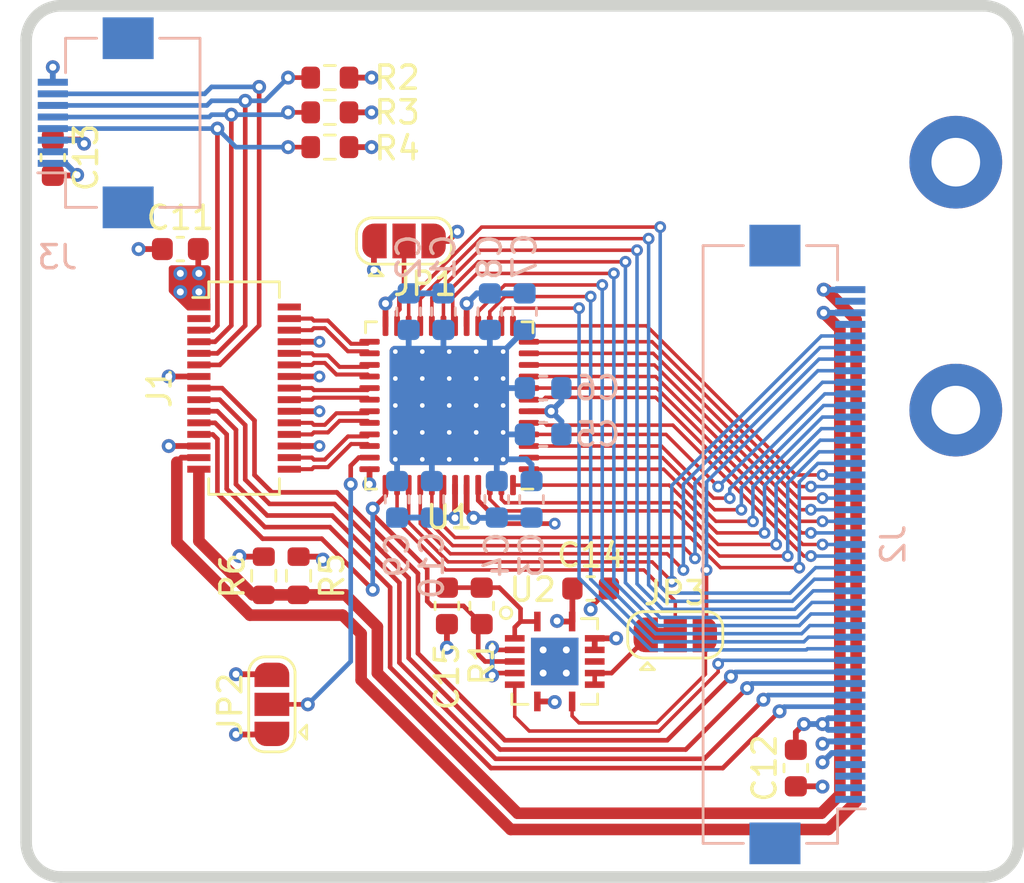
<source format=kicad_pcb>
(kicad_pcb (version 20171130) (host pcbnew "(5.1.9-0-10_14)")
  (layers (0 F.Cu signal) (1 GND power) (2 PWR power) (31 B.Cu signal) (34 B.Paste user) (35 F.Paste user) (36 B.SilkS user) (37 F.SilkS user) (38 B.Mask user) (39 F.Mask user) (44 Edge.Cuts user))
  (net 0 "")
  (net 1 GND)
  (net 2 +3V3)
  (net 3 SPI.MISO)
  (net 4 SPI.MOSI)
  (net 5 SPI.SCK)
  (net 6 SPI.CS)
  (net 7 /DISP_R7)
  (net 8 /DISP_R6)
  (net 9 /DISP_R5)
  (net 10 /DISP_R4)
  (net 11 /DISP_R3)
  (net 12 /DISP_R2)
  (net 13 /DISP_R1)
  (net 14 /DISP_R0)
  (net 15 /DISP_G7)
  (net 16 /DISP_G6)
  (net 17 /DISP_G5)
  (net 18 /DISP_G4)
  (net 19 /DISP_G3)
  (net 20 /DISP_G2)
  (net 21 /DISP_G1)
  (net 22 /DISP_G0)
  (net 23 /DISP_B7)
  (net 24 /DISP_B6)
  (net 25 /DISP_B5)
  (net 26 /DISP_B4)
  (net 27 /DISP_B3)
  (net 28 /DISP_B2)
  (net 29 /DISP_B1)
  (net 30 /DISP_B0)
  (net 31 /DISP_DE)
  (net 32 /DISP_PCLK)
  (net 33 /DISP_HSYNC)
  (net 34 /DISP_VSYNC)
  (net 35 LED_K)
  (net 36 LED_A)
  (net 37 "Net-(J1-Pad2)")
  (net 38 "Net-(J2-Pad1)")
  (net 39 "Net-(J2-Pad2)")
  (net 40 "Net-(J2-Pad3)")
  (net 41 "Net-(J2-Pad4)")
  (net 42 "Net-(J2-Pad42)")
  (net 43 "Net-(J2-Pad44)")
  (net 44 ENABLE)
  (net 45 /DISP_RST)
  (net 46 "Net-(JP1-Pad2)")
  (net 47 "Net-(JP2-Pad2)")
  (net 48 "Net-(U2-Pad3)")
  (net 49 "Net-(U2-Pad11)")
  (net 50 /LVDS_A0N)
  (net 51 /LVDS_A0P)
  (net 52 /LVDS_A1N)
  (net 53 /LVDS_A1P)
  (net 54 /LVDS_A2N)
  (net 55 /LVDS_A2P)
  (net 56 /LVDS_CLKN)
  (net 57 /LVDS_CLKP)
  (net 58 /LVDS_A3N)
  (net 59 /LVDS_A3P)
  (net 60 "Net-(C15-Pad1)")
  (net 61 "Net-(J1-Pad3)")
  (net 62 CTP.SCL)
  (net 63 CTP.SDA)
  (net 64 CTP.INT)
  (net 65 CTP.RST)
  (net 66 "Net-(J3-Pad2)")
  (net 67 /DISP_DE_INV)
  (net 68 "Net-(JP3-Pad1)")
  (module Connector_FFC-FPC:Hirose_FH12-45S-0.5SH_1x45-1MP_P0.50mm_Horizontal (layer B.Cu) (at 139.1 94.55 90)
    (fp_text reference J2 (at 0 3.7 90) (layer B.SilkS) (effects (justify mirror)))
    (fp_text value Display)
    (pad MP smd rect (at 12.9 -1.4 90) (size 1.8 2.2) (layers B.Cu B.Paste B.Mask))
    (pad MP smd rect (at -12.9 -1.4 90) (size 1.8 2.2) (layers B.Cu B.Paste B.Mask))
    (pad 1 smd rect (at -11 1.85 90) (size 0.3 1.3) (layers B.Cu B.Paste B.Mask) (net 38 "Net-(J2-Pad1)"))
    (pad 2 smd rect (at -10.5 1.85 90) (size 0.3 1.3) (layers B.Cu B.Paste B.Mask) (net 39 "Net-(J2-Pad2)"))
    (pad 3 smd rect (at -10 1.85 90) (size 0.3 1.3) (layers B.Cu B.Paste B.Mask) (net 40 "Net-(J2-Pad3)"))
    (pad 4 smd rect (at -9.5 1.85 90) (size 0.3 1.3) (layers B.Cu B.Paste B.Mask) (net 41 "Net-(J2-Pad4)"))
    (pad 5 smd rect (at -9 1.85 90) (size 0.3 1.3) (layers B.Cu B.Paste B.Mask) (net 1 GND))
    (pad 6 smd rect (at -8.5 1.85 90) (size 0.3 1.3) (layers B.Cu B.Paste B.Mask) (net 1 GND))
    (pad 7 smd rect (at -8 1.85 90) (size 0.3 1.3) (layers B.Cu B.Paste B.Mask) (net 2 +3V3))
    (pad 8 smd rect (at -7.5 1.85 90) (size 0.3 1.3) (layers B.Cu B.Paste B.Mask) (net 2 +3V3))
    (pad 9 smd rect (at -7 1.85 90) (size 0.3 1.3) (layers B.Cu B.Paste B.Mask) (net 3 SPI.MISO))
    (pad 10 smd rect (at -6.5 1.85 90) (size 0.3 1.3) (layers B.Cu B.Paste B.Mask) (net 4 SPI.MOSI))
    (pad 11 smd rect (at -6 1.85 90) (size 0.3 1.3) (layers B.Cu B.Paste B.Mask) (net 5 SPI.SCK))
    (pad 12 smd rect (at -5.5 1.85 90) (size 0.3 1.3) (layers B.Cu B.Paste B.Mask) (net 6 SPI.CS))
    (pad 13 smd rect (at -5 1.85 90) (size 0.3 1.3) (layers B.Cu B.Paste B.Mask) (net 45 /DISP_RST))
    (pad 14 smd rect (at -4.5 1.85 90) (size 0.3 1.3) (layers B.Cu B.Paste B.Mask) (net 7 /DISP_R7))
    (pad 15 smd rect (at -4 1.85 90) (size 0.3 1.3) (layers B.Cu B.Paste B.Mask) (net 8 /DISP_R6))
    (pad 16 smd rect (at -3.5 1.85 90) (size 0.3 1.3) (layers B.Cu B.Paste B.Mask) (net 9 /DISP_R5))
    (pad 17 smd rect (at -3 1.85 90) (size 0.3 1.3) (layers B.Cu B.Paste B.Mask) (net 10 /DISP_R4))
    (pad 18 smd rect (at -2.5 1.85 90) (size 0.3 1.3) (layers B.Cu B.Paste B.Mask) (net 11 /DISP_R3))
    (pad 19 smd rect (at -2 1.85 90) (size 0.3 1.3) (layers B.Cu B.Paste B.Mask) (net 12 /DISP_R2))
    (pad 20 smd rect (at -1.5 1.85 90) (size 0.3 1.3) (layers B.Cu B.Paste B.Mask) (net 13 /DISP_R1))
    (pad 21 smd rect (at -1 1.85 90) (size 0.3 1.3) (layers B.Cu B.Paste B.Mask) (net 14 /DISP_R0))
    (pad 22 smd rect (at -0.5 1.85 90) (size 0.3 1.3) (layers B.Cu B.Paste B.Mask) (net 15 /DISP_G7))
    (pad 23 smd rect (at 0 1.85 90) (size 0.3 1.3) (layers B.Cu B.Paste B.Mask) (net 16 /DISP_G6))
    (pad 24 smd rect (at 0.5 1.85 90) (size 0.3 1.3) (layers B.Cu B.Paste B.Mask) (net 17 /DISP_G5))
    (pad 25 smd rect (at 1 1.85 90) (size 0.3 1.3) (layers B.Cu B.Paste B.Mask) (net 18 /DISP_G4))
    (pad 26 smd rect (at 1.5 1.85 90) (size 0.3 1.3) (layers B.Cu B.Paste B.Mask) (net 19 /DISP_G3))
    (pad 27 smd rect (at 2 1.85 90) (size 0.3 1.3) (layers B.Cu B.Paste B.Mask) (net 20 /DISP_G2))
    (pad 28 smd rect (at 2.5 1.85 90) (size 0.3 1.3) (layers B.Cu B.Paste B.Mask) (net 21 /DISP_G1))
    (pad 29 smd rect (at 3 1.85 90) (size 0.3 1.3) (layers B.Cu B.Paste B.Mask) (net 22 /DISP_G0))
    (pad 30 smd rect (at 3.5 1.85 90) (size 0.3 1.3) (layers B.Cu B.Paste B.Mask) (net 23 /DISP_B7))
    (pad 31 smd rect (at 4 1.85 90) (size 0.3 1.3) (layers B.Cu B.Paste B.Mask) (net 24 /DISP_B6))
    (pad 32 smd rect (at 4.5 1.85 90) (size 0.3 1.3) (layers B.Cu B.Paste B.Mask) (net 25 /DISP_B5))
    (pad 33 smd rect (at 5 1.85 90) (size 0.3 1.3) (layers B.Cu B.Paste B.Mask) (net 26 /DISP_B4))
    (pad 34 smd rect (at 5.5 1.85 90) (size 0.3 1.3) (layers B.Cu B.Paste B.Mask) (net 27 /DISP_B3))
    (pad 35 smd rect (at 6 1.85 90) (size 0.3 1.3) (layers B.Cu B.Paste B.Mask) (net 28 /DISP_B2))
    (pad 36 smd rect (at 6.5 1.85 90) (size 0.3 1.3) (layers B.Cu B.Paste B.Mask) (net 29 /DISP_B1))
    (pad 37 smd rect (at 7 1.85 90) (size 0.3 1.3) (layers B.Cu B.Paste B.Mask) (net 30 /DISP_B0))
    (pad 38 smd rect (at 7.5 1.85 90) (size 0.3 1.3) (layers B.Cu B.Paste B.Mask) (net 31 /DISP_DE))
    (pad 39 smd rect (at 8 1.85 90) (size 0.3 1.3) (layers B.Cu B.Paste B.Mask) (net 32 /DISP_PCLK))
    (pad 40 smd rect (at 8.5 1.85 90) (size 0.3 1.3) (layers B.Cu B.Paste B.Mask) (net 33 /DISP_HSYNC))
    (pad 41 smd rect (at 9 1.85 90) (size 0.3 1.3) (layers B.Cu B.Paste B.Mask) (net 34 /DISP_VSYNC))
    (pad 42 smd rect (at 9.5 1.85 90) (size 0.3 1.3) (layers B.Cu B.Paste B.Mask) (net 42 "Net-(J2-Pad42)"))
    (pad 43 smd rect (at 10 1.85 90) (size 0.3 1.3) (layers B.Cu B.Paste B.Mask) (net 35 LED_K))
    (pad 44 smd rect (at 10.5 1.85 90) (size 0.3 1.3) (layers B.Cu B.Paste B.Mask) (net 43 "Net-(J2-Pad44)"))
    (pad 45 smd rect (at 11 1.85 90) (size 0.3 1.3) (layers B.Cu B.Paste B.Mask) (net 36 LED_A))
  )
  (module Capacitor_SMD:C_0603_1608Metric (layer F.Cu) (at 106.55 77.85 270)
    (fp_text reference C13 (at 0 -1.43 90) (layer F.SilkS))
    (fp_text value 0.1uF)
    (pad 1 smd roundrect (at -0.775 0 270) (size 0.9 0.95) (layers F.Cu F.Paste F.Mask) (net 2 +3V3))
    (pad 2 smd roundrect (at 0.775 0 270) (size 0.9 0.95) (layers F.Cu F.Paste F.Mask) (net 1 GND))
  )
  (module Capacitor_SMD:C_0603_1608Metric (layer F.Cu) (at 129.75 96.45)
    (fp_text reference C14 (at 0 -1.43) (layer F.SilkS))
    (fp_text value 0.1uF)
    (pad 1 smd roundrect (at -0.7875 0) (size 0.875 0.95) (layers F.Cu F.Paste F.Mask) (net 2 +3V3))
    (pad 2 smd roundrect (at 0.7875 0) (size 0.875 0.95) (layers F.Cu F.Paste F.Mask) (net 1 GND))
  )
  (module Connector_FFC-FPC:Hirose_FH12-8S-0.5SH_1x08-1MP_P0.50mm_Horizontal (layer B.Cu) (at 108.4 76.35 270)
    (fp_text reference J3 (at 5.8 1.65) (layer B.SilkS) (effects (justify mirror)))
    (fp_text value Touch)
    (pad MP smd rect (at -3.65 -1.4 270) (size 1.8 2.2) (layers B.Cu B.Paste B.Mask))
    (pad MP smd rect (at 3.65 -1.4 270) (size 1.8 2.2) (layers B.Cu B.Paste B.Mask))
    (pad 1 smd rect (at 1.75 1.85 270) (size 0.3 1.3) (layers B.Cu B.Paste B.Mask) (net 1 GND))
    (pad 2 smd rect (at 1.25 1.85 270) (size 0.3 1.3) (layers B.Cu B.Paste B.Mask) (net 66 "Net-(J3-Pad2)"))
    (pad 3 smd rect (at 0.75 1.85 270) (size 0.3 1.3) (layers B.Cu B.Paste B.Mask) (net 2 +3V3))
    (pad 4 smd rect (at 0.25 1.85 270) (size 0.3 1.3) (layers B.Cu B.Paste B.Mask) (net 62 CTP.SCL))
    (pad 5 smd rect (at -0.25 1.85 270) (size 0.3 1.3) (layers B.Cu B.Paste B.Mask) (net 63 CTP.SDA))
    (pad 6 smd rect (at -0.75 1.85 270) (size 0.3 1.3) (layers B.Cu B.Paste B.Mask) (net 64 CTP.INT))
    (pad 7 smd rect (at -1.25 1.85 270) (size 0.3 1.3) (layers B.Cu B.Paste B.Mask) (net 65 CTP.RST))
    (pad 8 smd rect (at -1.75 1.85 270) (size 0.3 1.3) (layers B.Cu B.Paste B.Mask) (net 1 GND))
  )
  (module Connector_Molex:Molex_SlimStack_55560-0301_2x15_P0.50mm_Vertical (layer F.Cu) (at 114.8 87.8 90)
    (fp_text reference J1 (at 0 -3.65 270) (layer F.SilkS))
    (fp_text value Input)
    (pad 1 smd rect (at 3.5 -1.95 90) (size 0.3 1) (layers F.Cu F.Paste F.Mask) (net 2 +3V3))
    (pad 3 smd rect (at 3 -1.95 90) (size 0.3 1) (layers F.Cu F.Paste F.Mask) (net 61 "Net-(J1-Pad3)"))
    (pad 5 smd rect (at 2.5 -1.95 90) (size 0.3 1) (layers F.Cu F.Paste F.Mask) (net 62 CTP.SCL))
    (pad 7 smd rect (at 2 -1.95 90) (size 0.3 1) (layers F.Cu F.Paste F.Mask) (net 63 CTP.SDA))
    (pad 9 smd rect (at 1.5 -1.95 90) (size 0.3 1) (layers F.Cu F.Paste F.Mask) (net 64 CTP.INT))
    (pad 11 smd rect (at 1 -1.95 90) (size 0.3 1) (layers F.Cu F.Paste F.Mask) (net 65 CTP.RST))
    (pad 13 smd rect (at 0.5 -1.95 90) (size 0.3 1) (layers F.Cu F.Paste F.Mask) (net 1 GND))
    (pad 15 smd rect (at 0 -1.95 90) (size 0.3 1) (layers F.Cu F.Paste F.Mask) (net 6 SPI.CS))
    (pad 17 smd rect (at -0.5 -1.95 90) (size 0.3 1) (layers F.Cu F.Paste F.Mask) (net 5 SPI.SCK))
    (pad 19 smd rect (at -1 -1.95 90) (size 0.3 1) (layers F.Cu F.Paste F.Mask) (net 4 SPI.MOSI))
    (pad 21 smd rect (at -1.5 -1.95 90) (size 0.3 1) (layers F.Cu F.Paste F.Mask) (net 3 SPI.MISO))
    (pad 23 smd rect (at -2 -1.95 90) (size 0.3 1) (layers F.Cu F.Paste F.Mask) (net 44 ENABLE))
    (pad 25 smd rect (at -2.5 -1.95 90) (size 0.3 1) (layers F.Cu F.Paste F.Mask) (net 1 GND))
    (pad 27 smd rect (at -3 -1.95 90) (size 0.3 1) (layers F.Cu F.Paste F.Mask) (net 36 LED_A))
    (pad 29 smd rect (at -3.5 -1.95 90) (size 0.3 1) (layers F.Cu F.Paste F.Mask) (net 35 LED_K))
    (pad 2 smd rect (at 3.5 1.95 90) (size 0.3 1) (layers F.Cu F.Paste F.Mask) (net 37 "Net-(J1-Pad2)"))
    (pad 4 smd rect (at 3 1.95 90) (size 0.3 1) (layers F.Cu F.Paste F.Mask) (net 50 /LVDS_A0N))
    (pad 6 smd rect (at 2.5 1.95 90) (size 0.3 1) (layers F.Cu F.Paste F.Mask) (net 51 /LVDS_A0P))
    (pad 8 smd rect (at 2 1.95 90) (size 0.3 1) (layers F.Cu F.Paste F.Mask) (net 1 GND))
    (pad 10 smd rect (at 1.5 1.95 90) (size 0.3 1) (layers F.Cu F.Paste F.Mask) (net 52 /LVDS_A1N))
    (pad 12 smd rect (at 1 1.95 90) (size 0.3 1) (layers F.Cu F.Paste F.Mask) (net 53 /LVDS_A1P))
    (pad 14 smd rect (at 0.5 1.95 90) (size 0.3 1) (layers F.Cu F.Paste F.Mask) (net 1 GND))
    (pad 16 smd rect (at 0 1.95 90) (size 0.3 1) (layers F.Cu F.Paste F.Mask) (net 54 /LVDS_A2N))
    (pad 18 smd rect (at -0.5 1.95 90) (size 0.3 1) (layers F.Cu F.Paste F.Mask) (net 55 /LVDS_A2P))
    (pad 20 smd rect (at -1 1.95 90) (size 0.3 1) (layers F.Cu F.Paste F.Mask) (net 1 GND))
    (pad 22 smd rect (at -1.5 1.95 90) (size 0.3 1) (layers F.Cu F.Paste F.Mask) (net 56 /LVDS_CLKN))
    (pad 24 smd rect (at -2 1.95 90) (size 0.3 1) (layers F.Cu F.Paste F.Mask) (net 57 /LVDS_CLKP))
    (pad 26 smd rect (at -2.5 1.95 90) (size 0.3 1) (layers F.Cu F.Paste F.Mask) (net 1 GND))
    (pad 28 smd rect (at -3 1.95 90) (size 0.3 1) (layers F.Cu F.Paste F.Mask) (net 58 /LVDS_A3N))
    (pad 30 smd rect (at -3.5 1.95 90) (size 0.3 1) (layers F.Cu F.Paste F.Mask) (net 59 /LVDS_A3P))
  )
  (module Capacitor_SMD:C_0603_1608Metric (layer B.Cu) (at 123.4 84.5 270)
    (fp_text reference C1 (at -2.35 0 270) (layer B.SilkS) (effects (justify mirror)))
    (fp_text value 0.1uF)
    (pad 2 smd roundrect (at 0.7875 0 270) (size 0.875 0.95) (layers B.Cu B.Paste B.Mask) (net 1 GND))
    (pad 1 smd roundrect (at -0.7875 0 270) (size 0.875 0.95) (layers B.Cu B.Paste B.Mask) (net 2 +3V3))
  )
  (module Capacitor_SMD:C_0603_1608Metric (layer B.Cu) (at 121.9 84.5 270)
    (fp_text reference C2 (at -2.35 0 270) (layer B.SilkS) (effects (justify mirror)))
    (fp_text value 0.01uF)
    (pad 1 smd roundrect (at -0.7875 0 270) (size 0.875 0.95) (layers B.Cu B.Paste B.Mask) (net 2 +3V3))
    (pad 2 smd roundrect (at 0.7875 0 270) (size 0.875 0.95) (layers B.Cu B.Paste B.Mask) (net 1 GND))
  )
  (module Capacitor_SMD:C_0603_1608Metric (layer B.Cu) (at 127.2 92.6 90)
    (fp_text reference C3 (at -2.4 0 90) (layer B.SilkS) (effects (justify mirror)))
    (fp_text value 0.1uF)
    (pad 2 smd roundrect (at 0.7875 0 90) (size 0.875 0.95) (layers B.Cu B.Paste B.Mask) (net 1 GND))
    (pad 1 smd roundrect (at -0.7875 0 90) (size 0.875 0.95) (layers B.Cu B.Paste B.Mask) (net 2 +3V3))
  )
  (module Capacitor_SMD:C_0603_1608Metric (layer B.Cu) (at 125.7 92.6 90)
    (fp_text reference C4 (at -2.4 0 90) (layer B.SilkS) (effects (justify mirror)))
    (fp_text value 0.01uF)
    (pad 1 smd roundrect (at -0.7875 0 90) (size 0.875 0.95) (layers B.Cu B.Paste B.Mask) (net 2 +3V3))
    (pad 2 smd roundrect (at 0.7875 0 90) (size 0.875 0.95) (layers B.Cu B.Paste B.Mask) (net 1 GND))
  )
  (module Capacitor_SMD:C_0603_1608Metric (layer B.Cu) (at 127.7 89.8 180)
    (fp_text reference C5 (at -2.35 0) (layer B.SilkS) (effects (justify mirror)))
    (fp_text value 0.1uF)
    (pad 2 smd roundrect (at 0.7875 0 180) (size 0.875 0.95) (layers B.Cu B.Paste B.Mask) (net 1 GND))
    (pad 1 smd roundrect (at -0.7875 0 180) (size 0.875 0.95) (layers B.Cu B.Paste B.Mask) (net 2 +3V3))
  )
  (module Capacitor_SMD:C_0603_1608Metric (layer B.Cu) (at 127.7 87.8 180)
    (fp_text reference C6 (at -2.35 0) (layer B.SilkS) (effects (justify mirror)))
    (fp_text value 0.01uF)
    (pad 1 smd roundrect (at -0.7875 0 180) (size 0.875 0.95) (layers B.Cu B.Paste B.Mask) (net 2 +3V3))
    (pad 2 smd roundrect (at 0.7875 0 180) (size 0.875 0.95) (layers B.Cu B.Paste B.Mask) (net 1 GND))
  )
  (module Capacitor_SMD:C_0603_1608Metric (layer B.Cu) (at 126.9 84.5 270)
    (fp_text reference C7 (at -2.4 0 270) (layer B.SilkS) (effects (justify mirror)))
    (fp_text value 0.1uF)
    (pad 2 smd roundrect (at 0.7875 0 270) (size 0.875 0.95) (layers B.Cu B.Paste B.Mask) (net 1 GND))
    (pad 1 smd roundrect (at -0.7875 0 270) (size 0.875 0.95) (layers B.Cu B.Paste B.Mask) (net 2 +3V3))
  )
  (module Capacitor_SMD:C_0603_1608Metric (layer B.Cu) (at 125.4 84.5 270)
    (fp_text reference C8 (at -2.35 0 270) (layer B.SilkS) (effects (justify mirror)))
    (fp_text value 0.01uF)
    (pad 1 smd roundrect (at -0.7875 0 270) (size 0.875 0.95) (layers B.Cu B.Paste B.Mask) (net 2 +3V3))
    (pad 2 smd roundrect (at 0.7875 0 270) (size 0.875 0.95) (layers B.Cu B.Paste B.Mask) (net 1 GND))
  )
  (module Capacitor_SMD:C_0603_1608Metric (layer B.Cu) (at 121.4 92.6 90)
    (fp_text reference C9 (at -2.4 0 90) (layer B.SilkS) (effects (justify mirror)))
    (fp_text value 0.1uF)
    (pad 2 smd roundrect (at 0.7875 0 90) (size 0.875 0.95) (layers B.Cu B.Paste B.Mask) (net 1 GND))
    (pad 1 smd roundrect (at -0.7875 0 90) (size 0.875 0.95) (layers B.Cu B.Paste B.Mask) (net 2 +3V3))
  )
  (module Capacitor_SMD:C_0603_1608Metric (layer B.Cu) (at 122.9 92.6 90)
    (fp_text reference C10 (at -2.85 0 90) (layer B.SilkS) (effects (justify mirror)))
    (fp_text value 0.01uF)
    (pad 1 smd roundrect (at -0.7875 0 90) (size 0.875 0.95) (layers B.Cu B.Paste B.Mask) (net 2 +3V3))
    (pad 2 smd roundrect (at 0.7875 0 90) (size 0.875 0.95) (layers B.Cu B.Paste B.Mask) (net 1 GND))
  )
  (module Package_DFN_QFN:QFN-48-1EP_7x7mm_P0.5mm_EP5.15x5.15mm_ThermalVias (layer F.Cu) (at 123.65 88.55 180)
    (fp_text reference U1 (at 0 -4.82) (layer F.SilkS))
    (fp_text value SN65LVDS822)
    (pad 49 smd roundrect (at 0 0 180) (size 5.15 5.15) (layers F.Cu F.Mask) (roundrect_rratio 0.048544) (net 1 GND))
    (pad 49 thru_hole circle (at -2.325 -2.325 180) (size 0.5 0.5) (drill 0.2) (layers *.Cu) (net 1 GND))
    (pad 49 thru_hole circle (at -1.1625 -2.325 180) (size 0.5 0.5) (drill 0.2) (layers *.Cu) (net 1 GND))
    (pad 49 thru_hole circle (at 0 -2.325 180) (size 0.5 0.5) (drill 0.2) (layers *.Cu) (net 1 GND))
    (pad 49 thru_hole circle (at 1.1625 -2.325 180) (size 0.5 0.5) (drill 0.2) (layers *.Cu) (net 1 GND))
    (pad 49 thru_hole circle (at 2.325 -2.325 180) (size 0.5 0.5) (drill 0.2) (layers *.Cu) (net 1 GND))
    (pad 49 thru_hole circle (at -2.325 -1.1625 180) (size 0.5 0.5) (drill 0.2) (layers *.Cu) (net 1 GND))
    (pad 49 thru_hole circle (at -1.1625 -1.1625 180) (size 0.5 0.5) (drill 0.2) (layers *.Cu) (net 1 GND))
    (pad 49 thru_hole circle (at 0 -1.1625 180) (size 0.5 0.5) (drill 0.2) (layers *.Cu) (net 1 GND))
    (pad 49 thru_hole circle (at 1.1625 -1.1625 180) (size 0.5 0.5) (drill 0.2) (layers *.Cu) (net 1 GND))
    (pad 49 thru_hole circle (at 2.325 -1.1625 180) (size 0.5 0.5) (drill 0.2) (layers *.Cu) (net 1 GND))
    (pad 49 thru_hole circle (at -2.325 0 180) (size 0.5 0.5) (drill 0.2) (layers *.Cu) (net 1 GND))
    (pad 49 thru_hole circle (at -1.1625 0 180) (size 0.5 0.5) (drill 0.2) (layers *.Cu) (net 1 GND))
    (pad 49 thru_hole circle (at 0 0 180) (size 0.5 0.5) (drill 0.2) (layers *.Cu) (net 1 GND))
    (pad 49 thru_hole circle (at 1.1625 0 180) (size 0.5 0.5) (drill 0.2) (layers *.Cu) (net 1 GND))
    (pad 49 thru_hole circle (at 2.325 0 180) (size 0.5 0.5) (drill 0.2) (layers *.Cu) (net 1 GND))
    (pad 49 thru_hole circle (at -2.325 1.1625 180) (size 0.5 0.5) (drill 0.2) (layers *.Cu) (net 1 GND))
    (pad 49 thru_hole circle (at -1.1625 1.1625 180) (size 0.5 0.5) (drill 0.2) (layers *.Cu) (net 1 GND))
    (pad 49 thru_hole circle (at 0 1.1625 180) (size 0.5 0.5) (drill 0.2) (layers *.Cu) (net 1 GND))
    (pad 49 thru_hole circle (at 1.1625 1.1625 180) (size 0.5 0.5) (drill 0.2) (layers *.Cu) (net 1 GND))
    (pad 49 thru_hole circle (at 2.325 1.1625 180) (size 0.5 0.5) (drill 0.2) (layers *.Cu) (net 1 GND))
    (pad 49 thru_hole circle (at -2.325 2.325 180) (size 0.5 0.5) (drill 0.2) (layers *.Cu) (net 1 GND))
    (pad 49 thru_hole circle (at -1.1625 2.325 180) (size 0.5 0.5) (drill 0.2) (layers *.Cu) (net 1 GND))
    (pad 49 thru_hole circle (at 0 2.325 180) (size 0.5 0.5) (drill 0.2) (layers *.Cu) (net 1 GND))
    (pad 49 thru_hole circle (at 1.1625 2.325 180) (size 0.5 0.5) (drill 0.2) (layers *.Cu) (net 1 GND))
    (pad 49 thru_hole circle (at 2.325 2.325 180) (size 0.5 0.5) (drill 0.2) (layers *.Cu) (net 1 GND))
    (pad 49 smd roundrect (at 0 0 180) (size 5.15 5.15) (layers B.Cu) (roundrect_rratio 0.048544) (net 1 GND))
    (pad 1 smd roundrect (at -3.4375 -2.75 180) (size 0.875 0.25) (layers F.Cu F.Paste F.Mask) (net 27 /DISP_B3))
    (pad 2 smd roundrect (at -3.4375 -2.25 180) (size 0.875 0.25) (layers F.Cu F.Paste F.Mask) (net 28 /DISP_B2))
    (pad 3 smd roundrect (at -3.4375 -1.75 180) (size 0.875 0.25) (layers F.Cu F.Paste F.Mask) (net 29 /DISP_B1))
    (pad 4 smd roundrect (at -3.4375 -1.25 180) (size 0.875 0.25) (layers F.Cu F.Paste F.Mask) (net 30 /DISP_B0))
    (pad 5 smd roundrect (at -3.4375 -0.75 180) (size 0.875 0.25) (layers F.Cu F.Paste F.Mask) (net 15 /DISP_G7))
    (pad 6 smd roundrect (at -3.4375 -0.25 180) (size 0.875 0.25) (layers F.Cu F.Paste F.Mask) (net 2 +3V3))
    (pad 7 smd roundrect (at -3.4375 0.25 180) (size 0.875 0.25) (layers F.Cu F.Paste F.Mask) (net 16 /DISP_G6))
    (pad 8 smd roundrect (at -3.4375 0.75 180) (size 0.875 0.25) (layers F.Cu F.Paste F.Mask) (net 17 /DISP_G5))
    (pad 9 smd roundrect (at -3.4375 1.25 180) (size 0.875 0.25) (layers F.Cu F.Paste F.Mask) (net 18 /DISP_G4))
    (pad 10 smd roundrect (at -3.4375 1.75 180) (size 0.875 0.25) (layers F.Cu F.Paste F.Mask) (net 19 /DISP_G3))
    (pad 11 smd roundrect (at -3.4375 2.25 180) (size 0.875 0.25) (layers F.Cu F.Paste F.Mask) (net 20 /DISP_G2))
    (pad 12 smd roundrect (at -3.4375 2.75 180) (size 0.875 0.25) (layers F.Cu F.Paste F.Mask) (net 21 /DISP_G1))
    (pad 13 smd roundrect (at -2.75 3.4375 180) (size 0.25 0.875) (layers F.Cu F.Paste F.Mask) (net 22 /DISP_G0))
    (pad 14 smd roundrect (at -2.25 3.4375 180) (size 0.25 0.875) (layers F.Cu F.Paste F.Mask) (net 7 /DISP_R7))
    (pad 15 smd roundrect (at -1.75 3.4375 180) (size 0.25 0.875) (layers F.Cu F.Paste F.Mask) (net 8 /DISP_R6))
    (pad 16 smd roundrect (at -1.25 3.4375 180) (size 0.25 0.875) (layers F.Cu F.Paste F.Mask) (net 9 /DISP_R5))
    (pad 17 smd roundrect (at -0.75 3.4375 180) (size 0.25 0.875) (layers F.Cu F.Paste F.Mask) (net 2 +3V3))
    (pad 18 smd roundrect (at -0.25 3.4375 180) (size 0.25 0.875) (layers F.Cu F.Paste F.Mask) (net 10 /DISP_R4))
    (pad 19 smd roundrect (at 0.25 3.4375 180) (size 0.25 0.875) (layers F.Cu F.Paste F.Mask) (net 11 /DISP_R3))
    (pad 20 smd roundrect (at 0.75 3.4375 180) (size 0.25 0.875) (layers F.Cu F.Paste F.Mask) (net 12 /DISP_R2))
    (pad 21 smd roundrect (at 1.25 3.4375 180) (size 0.25 0.875) (layers F.Cu F.Paste F.Mask) (net 13 /DISP_R1))
    (pad 22 smd roundrect (at 1.75 3.4375 180) (size 0.25 0.875) (layers F.Cu F.Paste F.Mask) (net 14 /DISP_R0))
    (pad 23 smd roundrect (at 2.25 3.4375 180) (size 0.25 0.875) (layers F.Cu F.Paste F.Mask) (net 46 "Net-(JP1-Pad2)"))
    (pad 24 smd roundrect (at 2.75 3.4375 180) (size 0.25 0.875) (layers F.Cu F.Paste F.Mask) (net 2 +3V3))
    (pad 25 smd roundrect (at 3.4375 2.75 180) (size 0.875 0.25) (layers F.Cu F.Paste F.Mask) (net 50 /LVDS_A0N))
    (pad 26 smd roundrect (at 3.4375 2.25 180) (size 0.875 0.25) (layers F.Cu F.Paste F.Mask) (net 51 /LVDS_A0P))
    (pad 27 smd roundrect (at 3.4375 1.75 180) (size 0.875 0.25) (layers F.Cu F.Paste F.Mask) (net 52 /LVDS_A1N))
    (pad 28 smd roundrect (at 3.4375 1.25 180) (size 0.875 0.25) (layers F.Cu F.Paste F.Mask) (net 53 /LVDS_A1P))
    (pad 29 smd roundrect (at 3.4375 0.75 180) (size 0.875 0.25) (layers F.Cu F.Paste F.Mask) (net 54 /LVDS_A2N))
    (pad 30 smd roundrect (at 3.4375 0.25 180) (size 0.875 0.25) (layers F.Cu F.Paste F.Mask) (net 55 /LVDS_A2P))
    (pad 31 smd roundrect (at 3.4375 -0.25 180) (size 0.875 0.25) (layers F.Cu F.Paste F.Mask) (net 56 /LVDS_CLKN))
    (pad 32 smd roundrect (at 3.4375 -0.75 180) (size 0.875 0.25) (layers F.Cu F.Paste F.Mask) (net 57 /LVDS_CLKP))
    (pad 33 smd roundrect (at 3.4375 -1.25 180) (size 0.875 0.25) (layers F.Cu F.Paste F.Mask) (net 58 /LVDS_A3N))
    (pad 34 smd roundrect (at 3.4375 -1.75 180) (size 0.875 0.25) (layers F.Cu F.Paste F.Mask) (net 59 /LVDS_A3P))
    (pad 35 smd roundrect (at 3.4375 -2.25 180) (size 0.875 0.25) (layers F.Cu F.Paste F.Mask) (net 47 "Net-(JP2-Pad2)"))
    (pad 36 smd roundrect (at 3.4375 -2.75 180) (size 0.875 0.25) (layers F.Cu F.Paste F.Mask) (net 1 GND))
    (pad 37 smd roundrect (at 2.75 -3.4375 180) (size 0.25 0.875) (layers F.Cu F.Paste F.Mask) (net 44 ENABLE))
    (pad 38 smd roundrect (at 2.25 -3.4375 180) (size 0.25 0.875) (layers F.Cu F.Paste F.Mask) (net 67 /DISP_DE_INV))
    (pad 39 smd roundrect (at 1.75 -3.4375 180) (size 0.25 0.875) (layers F.Cu F.Paste F.Mask) (net 34 /DISP_VSYNC))
    (pad 40 smd roundrect (at 1.25 -3.4375 180) (size 0.25 0.875) (layers F.Cu F.Paste F.Mask) (net 33 /DISP_HSYNC))
    (pad 41 smd roundrect (at 0.75 -3.4375 180) (size 0.25 0.875) (layers F.Cu F.Paste F.Mask) (net 32 /DISP_PCLK))
    (pad 42 smd roundrect (at 0.25 -3.4375 180) (size 0.25 0.875) (layers F.Cu F.Paste F.Mask) (net 23 /DISP_B7))
    (pad 43 smd roundrect (at -0.25 -3.4375 180) (size 0.25 0.875) (layers F.Cu F.Paste F.Mask) (net 2 +3V3))
    (pad 44 smd roundrect (at -0.75 -3.4375 180) (size 0.25 0.875) (layers F.Cu F.Paste F.Mask) (net 2 +3V3))
    (pad 45 smd roundrect (at -1.25 -3.4375 180) (size 0.25 0.875) (layers F.Cu F.Paste F.Mask) (net 1 GND))
    (pad 46 smd roundrect (at -1.75 -3.4375 180) (size 0.25 0.875) (layers F.Cu F.Paste F.Mask) (net 24 /DISP_B6))
    (pad 47 smd roundrect (at -2.25 -3.4375 180) (size 0.25 0.875) (layers F.Cu F.Paste F.Mask) (net 25 /DISP_B5))
    (pad 48 smd roundrect (at -2.75 -3.4375 180) (size 0.25 0.875) (layers F.Cu F.Paste F.Mask) (net 26 /DISP_B4))
  )
  (module Capacitor_SMD:C_0603_1608Metric (layer F.Cu) (at 138.6 104.2 270)
    (fp_text reference C12 (at 0 1.35 270) (layer F.SilkS))
    (fp_text value 0.1uF)
    (pad 2 smd roundrect (at 0.7875 0 270) (size 0.875 0.95) (layers F.Cu F.Paste F.Mask) (net 1 GND))
    (pad 1 smd roundrect (at -0.7875 0 270) (size 0.875 0.95) (layers F.Cu F.Paste F.Mask) (net 2 +3V3))
  )
  (module Capacitor_SMD:C_0603_1608Metric (layer F.Cu) (at 123.55 97.2 270)
    (fp_text reference C15 (at 3.05 0 90) (layer F.SilkS))
    (fp_text value 0.1uF)
    (pad 2 smd roundrect (at 0.7875 0 270) (size 0.875 0.95) (layers F.Cu F.Paste F.Mask) (net 1 GND))
    (pad 1 smd roundrect (at -0.7875 0 270) (size 0.875 0.95) (layers F.Cu F.Paste F.Mask) (net 60 "Net-(C15-Pad1)"))
  )
  (module Resistor_SMD:R_0603_1608Metric (layer F.Cu) (at 125.05 97.2 270)
    (fp_text reference R1 (at 2.45 0 90) (layer F.SilkS))
    (fp_text value 10K)
    (pad 1 smd roundrect (at -0.7875 0 270) (size 0.875 0.95) (layers F.Cu F.Paste F.Mask) (net 60 "Net-(C15-Pad1)"))
    (pad 2 smd roundrect (at 0.7875 0 270) (size 0.875 0.95) (layers F.Cu F.Paste F.Mask) (net 44 ENABLE))
  )
  (module Jumper:SolderJumper-3_P1.3mm_Open_RoundedPad1.0x1.5mm (layer F.Cu) (at 121.7 81.45)
    (fp_text reference JP1 (at 0.9 1.85) (layer F.SilkS))
    (fp_text value CLK_POL)
    (pad 2 smd rect (at 0 0) (size 1 1.5) (layers F.Cu F.Mask) (net 46 "Net-(JP1-Pad2)"))
    (pad 3 smd custom (at 1.3 0) (size 1 0.5) (layers F.Cu F.Mask) (net 1 GND) (options (clearance outline) (anchor rect)) (primitives (gr_circle (center 0 0.25) (end 0.5 0.25) (width 0)) (gr_circle (center 0 -0.25) (end 0.5 -0.25) (width 0)) (gr_poly (pts (xy -0.55 -0.75) (xy 0 -0.75) (xy 0 0.75) (xy -0.55 0.75)) (width 0))))
    (pad 1 smd custom (at -1.3 0) (size 1 0.5) (layers F.Cu F.Mask) (net 2 +3V3) (options (clearance outline) (anchor rect)) (primitives (gr_circle (center 0 0.25) (end 0.5 0.25) (width 0)) (gr_circle (center 0 -0.25) (end 0.5 -0.25) (width 0)) (gr_poly (pts (xy 0.55 -0.75) (xy 0 -0.75) (xy 0 0.75) (xy 0.55 0.75)) (width 0))))
  )
  (module Jumper:SolderJumper-3_P1.3mm_Open_RoundedPad1.0x1.5mm (layer F.Cu) (at 116 101.45 90)
    (fp_text reference JP2 (at 0 -1.8 90) (layer F.SilkS))
    (fp_text value SLEW)
    (pad 1 smd custom (at -1.3 0 90) (size 1 0.5) (layers F.Cu F.Mask) (net 2 +3V3) (options (clearance outline) (anchor rect)) (primitives (gr_circle (center 0 0.25) (end 0.5 0.25) (width 0)) (gr_circle (center 0 -0.25) (end 0.5 -0.25) (width 0)) (gr_poly (pts (xy 0.55 -0.75) (xy 0 -0.75) (xy 0 0.75) (xy 0.55 0.75)) (width 0))))
    (pad 3 smd custom (at 1.3 0 90) (size 1 0.5) (layers F.Cu F.Mask) (net 1 GND) (options (clearance outline) (anchor rect)) (primitives (gr_circle (center 0 0.25) (end 0.5 0.25) (width 0)) (gr_circle (center 0 -0.25) (end 0.5 -0.25) (width 0)) (gr_poly (pts (xy -0.55 -0.75) (xy 0 -0.75) (xy 0 0.75) (xy -0.55 0.75)) (width 0))))
    (pad 2 smd rect (at 0 0 90) (size 1 1.5) (layers F.Cu F.Mask) (net 47 "Net-(JP2-Pad2)"))
  )
  (module Capacitor_SMD:C_0603_1608Metric (layer F.Cu) (at 112.05 81.8 180)
    (fp_text reference C11 (at 0 1.35) (layer F.SilkS))
    (fp_text value 10uF)
    (pad 2 smd roundrect (at 0.775 0 180) (size 0.9 0.95) (layers F.Cu F.Paste F.Mask) (net 1 GND))
    (pad 1 smd roundrect (at -0.775 0 180) (size 0.9 0.95) (layers F.Cu F.Paste F.Mask) (net 2 +3V3))
  )
  (module footprints:Spacer (layer F.Cu) (at 145.5 78.05)
    (fp_text reference J4 hide)
    (fp_text value Spacer)
    (pad 1 thru_hole circle (at 0 0) (size 4 4) (drill 2.1) (layers *.Cu *.Mask) (net 1 GND))
  )
  (module footprints:Spacer (layer F.Cu) (at 145.5 88.75)
    (fp_text reference J5 hide)
    (fp_text value Spacer)
    (pad 1 thru_hole circle (at 0 0) (size 4 4) (drill 2.1) (layers *.Cu *.Mask) (net 1 GND))
  )
  (module Resistor_SMD:R_0603_1608Metric (layer F.Cu) (at 118.5 74.4 180)
    (fp_text reference R2 (at -2.9 0) (layer F.SilkS))
    (fp_text value DNP)
    (pad 2 smd roundrect (at 0.825 0 180) (size 0.8 0.95) (layers F.Cu F.Paste F.Mask) (net 64 CTP.INT))
    (pad 1 smd roundrect (at -0.825 0 180) (size 0.8 0.95) (layers F.Cu F.Paste F.Mask) (net 2 +3V3))
  )
  (module Resistor_SMD:R_0603_1608Metric (layer F.Cu) (at 118.5 75.9 180)
    (fp_text reference R3 (at -2.9 0) (layer F.SilkS))
    (fp_text value DNP)
    (pad 1 smd roundrect (at -0.825 0 180) (size 0.8 0.95) (layers F.Cu F.Paste F.Mask) (net 2 +3V3))
    (pad 2 smd roundrect (at 0.825 0 180) (size 0.8 0.95) (layers F.Cu F.Paste F.Mask) (net 63 CTP.SDA))
  )
  (module Resistor_SMD:R_0603_1608Metric (layer F.Cu) (at 118.5 77.4 180)
    (fp_text reference R4 (at -2.9 -0.05) (layer F.SilkS))
    (fp_text value DNP)
    (pad 2 smd roundrect (at 0.825 0 180) (size 0.8 0.95) (layers F.Cu F.Paste F.Mask) (net 62 CTP.SCL))
    (pad 1 smd roundrect (at -0.825 0 180) (size 0.8 0.95) (layers F.Cu F.Paste F.Mask) (net 2 +3V3))
  )
  (module Resistor_SMD:R_0603_1608Metric (layer F.Cu) (at 117.15 95.9 90)
    (fp_text reference R5 (at 0 1.45 90) (layer F.SilkS))
    (fp_text value DNP)
    (pad 1 smd roundrect (at -0.825 0 90) (size 0.8 0.95) (layers F.Cu F.Paste F.Mask) (net 35 LED_K))
    (pad 2 smd roundrect (at 0.825 0 90) (size 0.8 0.95) (layers F.Cu F.Paste F.Mask) (net 1 GND))
  )
  (module Resistor_SMD:R_0603_1608Metric (layer F.Cu) (at 115.65 95.9 90)
    (fp_text reference R6 (at 0 -1.35 90) (layer F.SilkS))
    (fp_text value DNP)
    (pad 1 smd roundrect (at -0.825 0 90) (size 0.8 0.95) (layers F.Cu F.Paste F.Mask) (net 35 LED_K))
    (pad 2 smd roundrect (at 0.825 0 90) (size 0.8 0.95) (layers F.Cu F.Paste F.Mask) (net 1 GND))
  )
  (module footprints:Texas_S-PVQFN-N14_ThermalVias (layer F.Cu) (at 128.2 99.6)
    (fp_text reference U2 (at -0.95 -3.1) (layer F.SilkS))
    (fp_text value SN74LVC00ARGY)
    (pad 1 smd rect (at -0.75 -1.725 270) (size 0.85 0.28) (layers F.Cu F.Paste F.Mask) (net 60 "Net-(C15-Pad1)"))
    (pad 2 smd rect (at -1.725 -1 270) (size 0.28 0.85) (layers F.Cu F.Paste F.Mask) (net 60 "Net-(C15-Pad1)"))
    (pad 3 smd rect (at -1.725 -0.5 270) (size 0.28 0.85) (layers F.Cu F.Paste F.Mask) (net 48 "Net-(U2-Pad3)"))
    (pad 4 smd rect (at -1.725 0 270) (size 0.28 0.85) (layers F.Cu F.Paste F.Mask) (net 44 ENABLE))
    (pad 5 smd rect (at -1.725 0.5 270) (size 0.28 0.85) (layers F.Cu F.Paste F.Mask) (net 48 "Net-(U2-Pad3)"))
    (pad 6 smd rect (at -1.725 1 270) (size 0.28 0.85) (layers F.Cu F.Paste F.Mask) (net 45 /DISP_RST))
    (pad 7 smd rect (at -0.75 1.725 270) (size 0.85 0.28) (layers F.Cu F.Paste F.Mask) (net 1 GND))
    (pad 8 smd rect (at 0.75 1.725 270) (size 0.85 0.28) (layers F.Cu F.Paste F.Mask) (net 31 /DISP_DE))
    (pad 9 smd rect (at 1.725 1 270) (size 0.28 0.85) (layers F.Cu F.Paste F.Mask) (net 68 "Net-(JP3-Pad1)"))
    (pad 10 smd rect (at 1.725 0.5 270) (size 0.28 0.85) (layers F.Cu F.Paste F.Mask) (net 68 "Net-(JP3-Pad1)"))
    (pad 11 smd rect (at 1.725 0 270) (size 0.28 0.85) (layers F.Cu F.Paste F.Mask) (net 49 "Net-(U2-Pad11)"))
    (pad 12 smd rect (at 1.725 -0.5 270) (size 0.28 0.85) (layers F.Cu F.Paste F.Mask) (net 1 GND))
    (pad 13 smd rect (at 1.725 -1 270) (size 0.28 0.85) (layers F.Cu F.Paste F.Mask) (net 1 GND))
    (pad 14 smd rect (at 0.75 -1.725 270) (size 0.85 0.28) (layers F.Cu F.Paste F.Mask) (net 2 +3V3))
    (pad 15 smd rect (at 0 0 270) (size 2.05 2.05) (layers F.Cu F.Mask) (net 1 GND))
    (pad 15 thru_hole circle (at 0.5 -0.5 270) (size 0.6 0.6) (drill 0.3) (layers *.Cu) (net 1 GND))
    (pad 15 thru_hole circle (at 0.5 0.5 270) (size 0.6 0.6) (drill 0.3) (layers *.Cu) (net 1 GND))
    (pad 15 thru_hole circle (at -0.5 0.5 270) (size 0.6 0.6) (drill 0.3) (layers *.Cu) (net 1 GND))
    (pad 15 thru_hole circle (at -0.5 -0.5 270) (size 0.6 0.6) (drill 0.3) (layers *.Cu) (net 1 GND))
    (pad 15 smd rect (at 0 0 270) (size 2.05 2.05) (layers B.Cu) (net 1 GND))
  )
  (module Jumper:SolderJumper-3_P1.3mm_Bridged12_RoundedPad1.0x1.5mm (layer F.Cu) (at 133.4 98.45)
    (fp_text reference JP3 (at 0 -1.8) (layer F.SilkS))
    (fp_text value "DE INVERT")
    (fp_poly (pts (xy -0.9 -0.3) (xy -0.4 -0.3) (xy -0.4 0.3) (xy -0.9 0.3)) (layer F.Cu) (width 0))
    (pad 3 smd custom (at 1.3 0) (size 1 0.5) (layers F.Cu F.Mask) (net 31 /DISP_DE) (options (clearance outline) (anchor rect)) (primitives (gr_circle (center 0 0.25) (end 0.5 0.25) (width 0)) (gr_circle (center 0 -0.25) (end 0.5 -0.25) (width 0)) (gr_poly (pts (xy -0.55 -0.75) (xy 0 -0.75) (xy 0 0.75) (xy -0.55 0.75)) (width 0))))
    (pad 2 smd rect (at 0 0) (size 1 1.5) (layers F.Cu F.Mask) (net 67 /DISP_DE_INV))
    (pad 1 smd custom (at -1.3 0) (size 1 0.5) (layers F.Cu F.Mask) (net 68 "Net-(JP3-Pad1)") (options (clearance outline) (anchor rect)) (primitives (gr_circle (center 0 0.25) (end 0.5 0.25) (width 0)) (gr_circle (center 0 -0.25) (end 0.5 -0.25) (width 0)) (gr_poly (pts (xy 0.55 -0.75) (xy 0 -0.75) (xy 0 0.75) (xy 0.55 0.75)) (width 0))))
  )
  (gr_arc (start 146.7 72.8) (end 148.2 72.8) (angle -90) (layer Edge.Cuts) (width 0.5))
  (gr_arc (start 146.7 107.4) (end 146.7 108.9) (angle -90) (layer Edge.Cuts) (width 0.5))
  (gr_arc (start 106.9 107.4) (end 105.4 107.4) (angle -90) (layer Edge.Cuts) (width 0.5))
  (gr_arc (start 106.9 72.8) (end 106.9 71.3) (angle -90) (layer Edge.Cuts) (width 0.5))
  (gr_line (start 105.4 107.4) (end 105.4 72.8) (layer Edge.Cuts) (width 0.5))
  (gr_line (start 146.7 108.9) (end 106.9 108.9) (layer Edge.Cuts) (width 0.5))
  (gr_line (start 148.2 72.8) (end 148.2 107.4) (layer Edge.Cuts) (width 0.5))
  (gr_line (start 106.9 71.3) (end 146.7 71.3) (layer Edge.Cuts) (width 0.5))
  (segment (start 121.9 86.8) (end 123.65 88.55) (width 0.25) (layer B.Cu) (net 1))
  (segment (start 121.9 85.2875) (end 121.9 86.8) (width 0.25) (layer B.Cu) (net 1))
  (segment (start 123.4 88.3) (end 123.65 88.55) (width 0.25) (layer B.Cu) (net 1))
  (segment (start 123.4 85.2875) (end 123.4 88.3) (width 0.25) (layer B.Cu) (net 1))
  (segment (start 125.4 86.8) (end 123.65 88.55) (width 0.25) (layer B.Cu) (net 1))
  (segment (start 125.4 85.2875) (end 125.4 86.8) (width 0.25) (layer B.Cu) (net 1))
  (segment (start 126.9 85.3) (end 123.65 88.55) (width 0.25) (layer B.Cu) (net 1))
  (segment (start 126.9 85.2875) (end 126.9 85.3) (width 0.25) (layer B.Cu) (net 1))
  (via (at 114.45 100.15) (size 0.6) (drill 0.3) (layers F.Cu B.Cu) (net 1))
  (segment (start 116 100.15) (end 114.45 100.15) (width 0.25) (layer F.Cu) (net 1))
  (via (at 120.2 91.95) (size 0.6) (drill 0.3) (layers F.Cu B.Cu) (net 1))
  (segment (start 120.2125 91.9375) (end 120.2 91.95) (width 0.25) (layer F.Cu) (net 1))
  (segment (start 120.2125 91.3) (end 120.2125 91.9375) (width 0.25) (layer F.Cu) (net 1))
  (via (at 124 81.05) (size 0.6) (drill 0.3) (layers F.Cu B.Cu) (net 1))
  (segment (start 123.6 81.45) (end 124 81.05) (width 0.25) (layer F.Cu) (net 1))
  (segment (start 123 81.45) (end 123.6 81.45) (width 0.25) (layer F.Cu) (net 1))
  (segment (start 124.9 91.9875) (end 124.9 92.65) (width 0.2) (layer F.Cu) (net 1))
  (via (at 128.2 93.65) (size 0.508) (drill 0.254) (layers F.Cu B.Cu) (net 1))
  (segment (start 125.9 93.65) (end 128.2 93.65) (width 0.2) (layer F.Cu) (net 1))
  (segment (start 124.9 92.65) (end 125.9 93.65) (width 0.2) (layer F.Cu) (net 1))
  (segment (start 121.4 90.8) (end 123.65 88.55) (width 0.25) (layer B.Cu) (net 1))
  (segment (start 121.4 91.8125) (end 121.4 90.8) (width 0.25) (layer B.Cu) (net 1))
  (segment (start 122.9 89.3) (end 123.65 88.55) (width 0.25) (layer B.Cu) (net 1))
  (segment (start 122.9 91.8125) (end 122.9 89.3) (width 0.25) (layer B.Cu) (net 1))
  (segment (start 125.7 90.6) (end 123.65 88.55) (width 0.25) (layer B.Cu) (net 1))
  (segment (start 125.7 91.8125) (end 125.7 90.6) (width 0.25) (layer B.Cu) (net 1))
  (segment (start 127.2 91.8125) (end 127.1625 91.8125) (width 0.25) (layer B.Cu) (net 1))
  (segment (start 125.975 90.875) (end 126.975 90.875) (width 0.25) (layer B.Cu) (net 1))
  (segment (start 127.2 91.1) (end 127.2 91.8125) (width 0.25) (layer B.Cu) (net 1))
  (segment (start 126.975 90.875) (end 127.2 91.1) (width 0.25) (layer B.Cu) (net 1))
  (via (at 118.05 88.8) (size 0.508) (drill 0.254) (layers F.Cu B.Cu) (net 1))
  (segment (start 116.75 88.8) (end 118.05 88.8) (width 0.25) (layer F.Cu) (net 1))
  (via (at 118.05 90.3) (size 0.508) (drill 0.254) (layers F.Cu B.Cu) (net 1))
  (segment (start 116.75 90.3) (end 118.05 90.3) (width 0.25) (layer F.Cu) (net 1))
  (via (at 118.05 85.8) (size 0.508) (drill 0.254) (layers F.Cu B.Cu) (net 1))
  (segment (start 116.75 85.8) (end 118.05 85.8) (width 0.25) (layer F.Cu) (net 1))
  (via (at 118.05 87.3) (size 0.508) (drill 0.254) (layers F.Cu B.Cu) (net 1))
  (segment (start 116.75 87.3) (end 118.05 87.3) (width 0.25) (layer F.Cu) (net 1))
  (via (at 129.75 97.35) (size 0.6) (drill 0.3) (layers F.Cu B.Cu) (net 1))
  (segment (start 129.75 97.2375) (end 129.75 97.35) (width 0.25) (layer F.Cu) (net 1))
  (segment (start 130.5375 96.45) (end 129.75 97.2375) (width 0.25) (layer F.Cu) (net 1))
  (segment (start 129.925 98.6) (end 129.925 99.1) (width 0.25) (layer F.Cu) (net 1))
  (via (at 130.85 98.6) (size 0.6) (drill 0.3) (layers F.Cu B.Cu) (net 1))
  (segment (start 129.925 98.6) (end 130.85 98.6) (width 0.25) (layer F.Cu) (net 1))
  (via (at 128.2 101.35) (size 0.6) (drill 0.3) (layers F.Cu B.Cu) (net 1))
  (segment (start 128.175 101.325) (end 128.2 101.35) (width 0.25) (layer F.Cu) (net 1))
  (segment (start 127.45 101.325) (end 128.175 101.325) (width 0.25) (layer F.Cu) (net 1))
  (via (at 123.55 99) (size 0.6) (drill 0.3) (layers F.Cu B.Cu) (net 1))
  (segment (start 123.55 97.9875) (end 123.55 99) (width 0.25) (layer F.Cu) (net 1))
  (via (at 110.25 81.8) (size 0.6) (drill 0.3) (layers F.Cu B.Cu) (net 1))
  (segment (start 111.275 81.8) (end 110.25 81.8) (width 0.25) (layer F.Cu) (net 1))
  (via (at 111.55 87.3) (size 0.6) (drill 0.3) (layers F.Cu B.Cu) (net 1))
  (segment (start 112.85 87.3) (end 111.55 87.3) (width 0.25) (layer F.Cu) (net 1))
  (via (at 111.55 90.3) (size 0.6) (drill 0.3) (layers F.Cu B.Cu) (net 1))
  (segment (start 112.85 90.3) (end 111.55 90.3) (width 0.25) (layer F.Cu) (net 1))
  (via (at 106.55 73.95) (size 0.6) (drill 0.3) (layers F.Cu B.Cu) (net 1))
  (segment (start 106.55 74.6) (end 106.55 73.95) (width 0.25) (layer B.Cu) (net 1))
  (via (at 107.6 78.6) (size 0.6) (drill 0.3) (layers F.Cu B.Cu) (net 1))
  (segment (start 107.575 78.625) (end 107.6 78.6) (width 0.25) (layer F.Cu) (net 1))
  (segment (start 106.55 78.625) (end 107.575 78.625) (width 0.25) (layer F.Cu) (net 1))
  (segment (start 107.1 78.1) (end 106.55 78.1) (width 0.25) (layer B.Cu) (net 1))
  (segment (start 107.6 78.6) (end 107.1 78.1) (width 0.25) (layer B.Cu) (net 1))
  (via (at 114.6 95.05) (size 0.6) (drill 0.3) (layers F.Cu B.Cu) (net 1))
  (segment (start 114.625 95.075) (end 114.6 95.05) (width 0.25) (layer F.Cu) (net 1))
  (segment (start 115.65 95.075) (end 114.625 95.075) (width 0.25) (layer F.Cu) (net 1))
  (segment (start 118.075 95.075) (end 118.2 95.2) (width 0.25) (layer F.Cu) (net 1))
  (via (at 118.2 95.2) (size 0.6) (drill 0.3) (layers F.Cu B.Cu) (net 1))
  (segment (start 117.15 95.075) (end 118.075 95.075) (width 0.25) (layer F.Cu) (net 1))
  (segment (start 140.95 103.55) (end 140.15 103.55) (width 0.25) (layer B.Cu) (net 1))
  (segment (start 139.85 103.05) (end 139.75 103.15) (width 0.25) (layer B.Cu) (net 1))
  (via (at 139.75 103.15) (size 0.6) (drill 0.3) (layers F.Cu B.Cu) (net 1))
  (segment (start 140.95 103.05) (end 139.85 103.05) (width 0.25) (layer B.Cu) (net 1))
  (via (at 139.75 103.95) (size 0.6) (drill 0.3) (layers F.Cu B.Cu) (net 1))
  (segment (start 140.15 103.55) (end 139.75 103.95) (width 0.25) (layer B.Cu) (net 1))
  (via (at 139.75 105) (size 0.6) (drill 0.3) (layers F.Cu B.Cu) (net 1))
  (segment (start 139.7375 104.9875) (end 139.75 105) (width 0.25) (layer F.Cu) (net 1))
  (segment (start 138.6 104.9875) (end 139.7375 104.9875) (width 0.25) (layer F.Cu) (net 1))
  (segment (start 124.4 87.8) (end 123.65 88.55) (width 0.25) (layer B.Cu) (net 1))
  (segment (start 126.9125 87.8) (end 124.4 87.8) (width 0.25) (layer B.Cu) (net 1))
  (segment (start 124.9 89.8) (end 123.65 88.55) (width 0.25) (layer B.Cu) (net 1))
  (segment (start 126.9125 89.8) (end 124.9 89.8) (width 0.25) (layer B.Cu) (net 1))
  (via (at 120.4 82.7) (size 0.6) (drill 0.3) (layers F.Cu B.Cu) (net 2))
  (segment (start 120.4 81.45) (end 120.4 82.7) (width 0.25) (layer F.Cu) (net 2))
  (via (at 128.05 88.8) (size 0.6) (drill 0.3) (layers F.Cu B.Cu) (net 2))
  (segment (start 127.0875 88.8) (end 128.05 88.8) (width 0.25) (layer F.Cu) (net 2))
  (via (at 120.9 84.15) (size 0.6) (drill 0.3) (layers F.Cu B.Cu) (net 2))
  (segment (start 120.9 85.1125) (end 120.9 84.15) (width 0.25) (layer F.Cu) (net 2))
  (via (at 124.4 84.15) (size 0.6) (drill 0.3) (layers F.Cu B.Cu) (net 2))
  (segment (start 124.4 85.1125) (end 124.4 84.15) (width 0.25) (layer F.Cu) (net 2))
  (segment (start 124.8375 83.7125) (end 125.4 83.7125) (width 0.25) (layer B.Cu) (net 2))
  (segment (start 124.4 84.15) (end 124.8375 83.7125) (width 0.25) (layer B.Cu) (net 2))
  (segment (start 125.4 83.7125) (end 126.9 83.7125) (width 0.25) (layer B.Cu) (net 2))
  (segment (start 121.3375 83.7125) (end 121.9 83.7125) (width 0.25) (layer B.Cu) (net 2))
  (segment (start 120.9 84.15) (end 121.3375 83.7125) (width 0.25) (layer B.Cu) (net 2))
  (segment (start 121.9 83.7125) (end 123.4 83.7125) (width 0.25) (layer B.Cu) (net 2))
  (via (at 114.45 102.75) (size 0.6) (drill 0.3) (layers F.Cu B.Cu) (net 2))
  (segment (start 116 102.75) (end 114.45 102.75) (width 0.25) (layer F.Cu) (net 2))
  (via (at 124.7 93.4) (size 0.6) (drill 0.3) (layers F.Cu B.Cu) (net 2))
  (segment (start 124.4 93.1) (end 124.7 93.4) (width 0.25) (layer F.Cu) (net 2))
  (segment (start 124.4 91.9875) (end 124.4 93.1) (width 0.25) (layer F.Cu) (net 2))
  (via (at 123.9 93.4) (size 0.6) (drill 0.3) (layers F.Cu B.Cu) (net 2))
  (segment (start 123.9 91.9875) (end 123.9 93.4) (width 0.25) (layer F.Cu) (net 2))
  (segment (start 125.7 93.3875) (end 127.2 93.3875) (width 0.25) (layer B.Cu) (net 2))
  (segment (start 121.4 93.3875) (end 122.9 93.3875) (width 0.25) (layer B.Cu) (net 2))
  (segment (start 123.8875 93.3875) (end 123.9 93.4) (width 0.25) (layer B.Cu) (net 2))
  (segment (start 122.9 93.3875) (end 123.8875 93.3875) (width 0.25) (layer B.Cu) (net 2))
  (segment (start 125.6875 93.4) (end 125.7 93.3875) (width 0.25) (layer B.Cu) (net 2))
  (segment (start 124.7 93.4) (end 125.6875 93.4) (width 0.25) (layer B.Cu) (net 2))
  (segment (start 128.9625 97.8625) (end 128.95 97.875) (width 0.25) (layer F.Cu) (net 2))
  (segment (start 128.9625 96.45) (end 128.9625 97.8625) (width 0.25) (layer F.Cu) (net 2))
  (via (at 128.3 97.85) (size 0.6) (drill 0.3) (layers F.Cu B.Cu) (net 2))
  (segment (start 128.325 97.875) (end 128.3 97.85) (width 0.25) (layer F.Cu) (net 2))
  (segment (start 128.95 97.875) (end 128.325 97.875) (width 0.25) (layer F.Cu) (net 2))
  (via (at 112.85 83.65) (size 0.6) (drill 0.3) (layers F.Cu B.Cu) (net 2))
  (segment (start 112.85 84.3) (end 112.85 83.65) (width 0.25) (layer F.Cu) (net 2))
  (via (at 112.85 82.85) (size 0.6) (drill 0.3) (layers F.Cu B.Cu) (net 2))
  (via (at 112.05 82.85) (size 0.6) (drill 0.3) (layers F.Cu B.Cu) (net 2))
  (segment (start 112.85 82.85) (end 112.05 82.85) (width 0.25) (layer F.Cu) (net 2))
  (via (at 112.05 83.65) (size 0.6) (drill 0.3) (layers F.Cu B.Cu) (net 2))
  (segment (start 112.85 82.85) (end 112.85 83.65) (width 0.25) (layer F.Cu) (net 2))
  (segment (start 112.85 83.65) (end 112.05 83.65) (width 0.25) (layer F.Cu) (net 2))
  (segment (start 112.05 83.65) (end 112.05 82.85) (width 0.25) (layer F.Cu) (net 2))
  (segment (start 112.825 82.825) (end 112.85 82.85) (width 0.25) (layer F.Cu) (net 2))
  (segment (start 112.825 81.8) (end 112.825 82.825) (width 0.25) (layer F.Cu) (net 2))
  (via (at 107.9 77.25) (size 0.6) (drill 0.3) (layers F.Cu B.Cu) (net 2))
  (segment (start 107.75 77.1) (end 107.9 77.25) (width 0.25) (layer B.Cu) (net 2))
  (segment (start 106.55 77.1) (end 107.75 77.1) (width 0.25) (layer B.Cu) (net 2))
  (segment (start 107.725 77.075) (end 107.9 77.25) (width 0.25) (layer F.Cu) (net 2))
  (segment (start 106.55 77.075) (end 107.725 77.075) (width 0.25) (layer F.Cu) (net 2))
  (via (at 120.3 74.4) (size 0.6) (drill 0.3) (layers F.Cu B.Cu) (net 2))
  (segment (start 119.325 74.4) (end 120.3 74.4) (width 0.25) (layer F.Cu) (net 2))
  (via (at 120.3 75.9) (size 0.6) (drill 0.3) (layers F.Cu B.Cu) (net 2))
  (segment (start 119.325 75.9) (end 120.3 75.9) (width 0.25) (layer F.Cu) (net 2))
  (via (at 120.3 77.4) (size 0.6) (drill 0.3) (layers F.Cu B.Cu) (net 2))
  (segment (start 119.325 77.4) (end 120.3 77.4) (width 0.25) (layer F.Cu) (net 2))
  (via (at 139.75 102.3) (size 0.6) (drill 0.3) (layers F.Cu B.Cu) (net 2))
  (segment (start 140 102.05) (end 139.75 102.3) (width 0.25) (layer B.Cu) (net 2))
  (segment (start 140.95 102.05) (end 140 102.05) (width 0.25) (layer B.Cu) (net 2))
  (segment (start 140 102.55) (end 139.75 102.3) (width 0.25) (layer B.Cu) (net 2))
  (segment (start 140.95 102.55) (end 140 102.55) (width 0.25) (layer B.Cu) (net 2))
  (via (at 138.95 102.3) (size 0.6) (drill 0.3) (layers F.Cu B.Cu) (net 2))
  (segment (start 139.75 102.3) (end 138.95 102.3) (width 0.25) (layer B.Cu) (net 2))
  (segment (start 138.6 102.65) (end 138.6 103.4125) (width 0.25) (layer F.Cu) (net 2))
  (segment (start 138.95 102.3) (end 138.6 102.65) (width 0.25) (layer F.Cu) (net 2))
  (segment (start 128.4875 88.3625) (end 128.05 88.8) (width 0.25) (layer B.Cu) (net 2))
  (segment (start 128.4875 87.8) (end 128.4875 88.3625) (width 0.25) (layer B.Cu) (net 2))
  (segment (start 128.4875 89.2375) (end 128.05 88.8) (width 0.25) (layer B.Cu) (net 2))
  (segment (start 128.4875 89.8) (end 128.4875 89.2375) (width 0.25) (layer B.Cu) (net 2))
  (segment (start 121.1 96.4) (end 118.5 93.8) (width 0.2) (layer F.Cu) (net 3))
  (segment (start 121.1 99.85) (end 121.1 96.4) (width 0.2) (layer F.Cu) (net 3))
  (segment (start 112.85 89.3) (end 113.55 89.3) (width 0.2) (layer F.Cu) (net 3))
  (segment (start 113.55 89.3) (end 114.05 89.8) (width 0.2) (layer F.Cu) (net 3))
  (segment (start 114.05 89.8) (end 114.05 92.15) (width 0.2) (layer F.Cu) (net 3))
  (segment (start 115.7 93.8) (end 118.5 93.8) (width 0.2) (layer F.Cu) (net 3))
  (segment (start 114.05 92.15) (end 115.7 93.8) (width 0.2) (layer F.Cu) (net 3))
  (via (at 137.9 101.75) (size 0.6) (drill 0.3) (layers F.Cu B.Cu) (net 3))
  (segment (start 138.1 101.55) (end 137.9 101.75) (width 0.2) (layer B.Cu) (net 3))
  (segment (start 140.95 101.55) (end 138.1 101.55) (width 0.2) (layer B.Cu) (net 3))
  (segment (start 121.1 99.85) (end 125.45 104.2) (width 0.2) (layer F.Cu) (net 3))
  (segment (start 135.45 104.2) (end 137.9 101.75) (width 0.2) (layer F.Cu) (net 3))
  (segment (start 125.45 104.2) (end 135.45 104.2) (width 0.2) (layer F.Cu) (net 3))
  (segment (start 121.5 96.2) (end 118.6 93.3) (width 0.2) (layer F.Cu) (net 4))
  (segment (start 121.5 99.65) (end 121.5 96.2) (width 0.2) (layer F.Cu) (net 4))
  (segment (start 112.85 88.8) (end 113.65 88.8) (width 0.2) (layer F.Cu) (net 4))
  (segment (start 113.65 88.8) (end 114.45 89.6) (width 0.2) (layer F.Cu) (net 4))
  (segment (start 114.45 89.6) (end 114.45 91.95) (width 0.2) (layer F.Cu) (net 4))
  (segment (start 115.8 93.3) (end 118.6 93.3) (width 0.2) (layer F.Cu) (net 4))
  (segment (start 114.45 91.95) (end 115.8 93.3) (width 0.2) (layer F.Cu) (net 4))
  (via (at 137.2 101.25) (size 0.6) (drill 0.3) (layers F.Cu B.Cu) (net 4))
  (segment (start 137.4 101.05) (end 137.2 101.25) (width 0.2) (layer B.Cu) (net 4))
  (segment (start 140.95 101.05) (end 137.4 101.05) (width 0.2) (layer B.Cu) (net 4))
  (segment (start 121.5 99.65) (end 125.65 103.8) (width 0.2) (layer F.Cu) (net 4))
  (segment (start 134.65 103.8) (end 137.2 101.25) (width 0.2) (layer F.Cu) (net 4))
  (segment (start 125.65 103.8) (end 134.65 103.8) (width 0.2) (layer F.Cu) (net 4))
  (segment (start 121.9 96) (end 118.7 92.8) (width 0.2) (layer F.Cu) (net 5))
  (segment (start 121.9 99.45) (end 121.9 96) (width 0.2) (layer F.Cu) (net 5))
  (segment (start 112.85 88.3) (end 113.75 88.3) (width 0.2) (layer F.Cu) (net 5))
  (segment (start 113.75 88.3) (end 114.85 89.4) (width 0.2) (layer F.Cu) (net 5))
  (segment (start 114.85 89.4) (end 114.85 91.75) (width 0.2) (layer F.Cu) (net 5))
  (segment (start 115.9 92.8) (end 118.7 92.8) (width 0.2) (layer F.Cu) (net 5))
  (segment (start 114.85 91.75) (end 115.9 92.8) (width 0.2) (layer F.Cu) (net 5))
  (via (at 136.5 100.75) (size 0.6) (drill 0.3) (layers F.Cu B.Cu) (net 5))
  (segment (start 136.7 100.55) (end 136.5 100.75) (width 0.2) (layer B.Cu) (net 5))
  (segment (start 140.95 100.55) (end 136.7 100.55) (width 0.2) (layer B.Cu) (net 5))
  (segment (start 121.9 99.45) (end 125.85 103.4) (width 0.2) (layer F.Cu) (net 5))
  (segment (start 133.85 103.4) (end 136.5 100.75) (width 0.2) (layer F.Cu) (net 5))
  (segment (start 125.85 103.4) (end 133.85 103.4) (width 0.2) (layer F.Cu) (net 5))
  (segment (start 122.3 95.8) (end 118.8 92.3) (width 0.2) (layer F.Cu) (net 6))
  (segment (start 122.3 99.25) (end 122.3 95.8) (width 0.2) (layer F.Cu) (net 6))
  (segment (start 112.85 87.8) (end 113.85 87.8) (width 0.2) (layer F.Cu) (net 6))
  (segment (start 113.85 87.8) (end 115.25 89.2) (width 0.2) (layer F.Cu) (net 6))
  (segment (start 115.25 89.2) (end 115.25 91.55) (width 0.2) (layer F.Cu) (net 6))
  (segment (start 116 92.3) (end 118.8 92.3) (width 0.2) (layer F.Cu) (net 6))
  (segment (start 115.25 91.55) (end 116 92.3) (width 0.2) (layer F.Cu) (net 6))
  (via (at 135.8 100.25) (size 0.6) (drill 0.3) (layers F.Cu B.Cu) (net 6))
  (segment (start 136 100.05) (end 135.8 100.25) (width 0.2) (layer B.Cu) (net 6))
  (segment (start 140.95 100.05) (end 136 100.05) (width 0.2) (layer B.Cu) (net 6))
  (segment (start 122.3 99.25) (end 126.05 103) (width 0.2) (layer F.Cu) (net 6))
  (segment (start 133.05 103) (end 135.8 100.25) (width 0.2) (layer F.Cu) (net 6))
  (segment (start 126.05 103) (end 133.05 103) (width 0.2) (layer F.Cu) (net 6))
  (segment (start 125.9 85.1125) (end 125.9 84.5) (width 0.1524) (layer F.Cu) (net 7))
  (segment (start 125.9 84.5) (end 126.05 84.35) (width 0.1524) (layer F.Cu) (net 7))
  (segment (start 140.95 99.05) (end 139.1 99.05) (width 0.1524) (layer B.Cu) (net 7))
  (via (at 129.25 84.35) (size 0.508) (drill 0.254) (layers F.Cu B.Cu) (net 7))
  (segment (start 139.1 99.05) (end 139.05 99.1) (width 0.1524) (layer B.Cu) (net 7))
  (segment (start 139.05 99.1) (end 132.35 99.1) (width 0.1524) (layer B.Cu) (net 7))
  (segment (start 132.35 99.1) (end 129.25 96) (width 0.1524) (layer B.Cu) (net 7))
  (segment (start 129.25 96) (end 129.25 84.35) (width 0.1524) (layer B.Cu) (net 7))
  (segment (start 126.05 84.35) (end 129.25 84.35) (width 0.1524) (layer F.Cu) (net 7))
  (segment (start 125.4 85.1125) (end 125.4 84.5) (width 0.1524) (layer F.Cu) (net 8))
  (segment (start 140.95 98.55) (end 139.15 98.55) (width 0.1524) (layer B.Cu) (net 8))
  (via (at 129.75 83.85) (size 0.508) (drill 0.254) (layers F.Cu B.Cu) (net 8))
  (segment (start 139.15 98.55) (end 138.95 98.75) (width 0.1524) (layer B.Cu) (net 8))
  (segment (start 138.95 98.75) (end 132.45 98.75) (width 0.1524) (layer B.Cu) (net 8))
  (segment (start 132.45 98.75) (end 129.75 96.05) (width 0.1524) (layer B.Cu) (net 8))
  (segment (start 129.75 96.05) (end 129.75 83.85) (width 0.1524) (layer B.Cu) (net 8))
  (segment (start 126.05 83.85) (end 129.75 83.85) (width 0.1524) (layer F.Cu) (net 8))
  (segment (start 125.4 84.5) (end 126.05 83.85) (width 0.1524) (layer F.Cu) (net 8))
  (segment (start 124.9 85.1125) (end 124.9 84.5) (width 0.1524) (layer F.Cu) (net 9))
  (segment (start 140.95 98.05) (end 139.2 98.05) (width 0.1524) (layer B.Cu) (net 9))
  (via (at 130.25 83.35) (size 0.508) (drill 0.254) (layers F.Cu B.Cu) (net 9))
  (segment (start 139.2 98.05) (end 138.85 98.4) (width 0.1524) (layer B.Cu) (net 9))
  (segment (start 138.85 98.4) (end 132.55 98.4) (width 0.1524) (layer B.Cu) (net 9))
  (segment (start 132.55 98.4) (end 130.25 96.1) (width 0.1524) (layer B.Cu) (net 9))
  (segment (start 130.25 96.1) (end 130.25 83.35) (width 0.1524) (layer B.Cu) (net 9))
  (segment (start 126.05 83.35) (end 130.25 83.35) (width 0.1524) (layer F.Cu) (net 9))
  (segment (start 124.9 84.5) (end 126.05 83.35) (width 0.1524) (layer F.Cu) (net 9))
  (segment (start 123.9 85.1125) (end 123.8 85.0125) (width 0.1524) (layer F.Cu) (net 10))
  (segment (start 123.8 85.0125) (end 123.8 83.9) (width 0.1524) (layer F.Cu) (net 10))
  (segment (start 140.95 97.55) (end 139.25 97.55) (width 0.1524) (layer B.Cu) (net 10))
  (via (at 130.75 82.85) (size 0.508) (drill 0.254) (layers F.Cu B.Cu) (net 10))
  (segment (start 139.25 97.55) (end 138.75 98.05) (width 0.1524) (layer B.Cu) (net 10))
  (segment (start 138.75 98.05) (end 132.65 98.05) (width 0.1524) (layer B.Cu) (net 10))
  (segment (start 132.65 98.05) (end 130.75 96.15) (width 0.1524) (layer B.Cu) (net 10))
  (segment (start 130.75 96.15) (end 130.75 82.85) (width 0.1524) (layer B.Cu) (net 10))
  (segment (start 124.85 82.85) (end 130.75 82.85) (width 0.1524) (layer F.Cu) (net 10))
  (segment (start 123.8 83.9) (end 124.85 82.85) (width 0.1524) (layer F.Cu) (net 10))
  (segment (start 123.4 85.1125) (end 123.4 83.85) (width 0.1524) (layer F.Cu) (net 11))
  (segment (start 140.95 97.05) (end 139.3 97.05) (width 0.1524) (layer B.Cu) (net 11))
  (via (at 131.25 82.35) (size 0.508) (drill 0.254) (layers F.Cu B.Cu) (net 11))
  (segment (start 139.3 97.05) (end 138.65 97.7) (width 0.1524) (layer B.Cu) (net 11))
  (segment (start 138.65 97.7) (end 132.75 97.7) (width 0.1524) (layer B.Cu) (net 11))
  (segment (start 132.75 97.7) (end 131.25 96.2) (width 0.1524) (layer B.Cu) (net 11))
  (segment (start 131.25 96.2) (end 131.25 82.35) (width 0.1524) (layer B.Cu) (net 11))
  (segment (start 124.9 82.35) (end 131.25 82.35) (width 0.1524) (layer F.Cu) (net 11))
  (segment (start 123.4 83.85) (end 124.9 82.35) (width 0.1524) (layer F.Cu) (net 11))
  (segment (start 122.9 85.1125) (end 122.9 83.9) (width 0.1524) (layer F.Cu) (net 12))
  (segment (start 140.95 96.55) (end 139.35 96.55) (width 0.1524) (layer B.Cu) (net 12))
  (via (at 131.75 81.85) (size 0.508) (drill 0.254) (layers F.Cu B.Cu) (net 12))
  (segment (start 139.35 96.55) (end 138.55 97.35) (width 0.1524) (layer B.Cu) (net 12))
  (segment (start 138.55 97.35) (end 132.85 97.35) (width 0.1524) (layer B.Cu) (net 12))
  (segment (start 132.85 97.35) (end 131.75 96.25) (width 0.1524) (layer B.Cu) (net 12))
  (segment (start 131.75 96.25) (end 131.75 81.9) (width 0.1524) (layer B.Cu) (net 12))
  (segment (start 124.95 81.85) (end 131.75 81.85) (width 0.1524) (layer F.Cu) (net 12))
  (segment (start 122.9 83.9) (end 124.95 81.85) (width 0.1524) (layer F.Cu) (net 12))
  (segment (start 122.4 85.1125) (end 122.4 83.95) (width 0.1524) (layer F.Cu) (net 13))
  (segment (start 140.95 96.05) (end 139.4 96.05) (width 0.1524) (layer B.Cu) (net 13))
  (via (at 132.25 81.35) (size 0.508) (drill 0.254) (layers F.Cu B.Cu) (net 13))
  (segment (start 139.4 96.05) (end 138.45 97) (width 0.1524) (layer B.Cu) (net 13))
  (segment (start 138.45 97) (end 132.95 97) (width 0.1524) (layer B.Cu) (net 13))
  (segment (start 132.95 97) (end 132.25 96.3) (width 0.1524) (layer B.Cu) (net 13))
  (segment (start 132.25 81.4) (end 132.25 96.3) (width 0.1524) (layer B.Cu) (net 13))
  (segment (start 125 81.35) (end 132.25 81.35) (width 0.1524) (layer F.Cu) (net 13))
  (segment (start 122.4 83.95) (end 125 81.35) (width 0.1524) (layer F.Cu) (net 13))
  (segment (start 121.9 85.1125) (end 121.9 84) (width 0.1524) (layer F.Cu) (net 14))
  (segment (start 140.95 95.55) (end 139.45 95.55) (width 0.1524) (layer B.Cu) (net 14))
  (via (at 132.75 80.85) (size 0.508) (drill 0.254) (layers F.Cu B.Cu) (net 14))
  (segment (start 139.45 95.55) (end 138.35 96.65) (width 0.1524) (layer B.Cu) (net 14))
  (segment (start 138.35 96.65) (end 133.05 96.65) (width 0.1524) (layer B.Cu) (net 14))
  (segment (start 133.05 96.65) (end 132.75 96.35) (width 0.1524) (layer B.Cu) (net 14))
  (segment (start 132.75 80.9) (end 132.75 96.35) (width 0.1524) (layer B.Cu) (net 14))
  (segment (start 125.05 80.85) (end 132.75 80.85) (width 0.1524) (layer F.Cu) (net 14))
  (segment (start 121.9 84) (end 125.05 80.85) (width 0.1524) (layer F.Cu) (net 14))
  (via (at 139.25 95.05) (size 0.508) (drill 0.254) (layers F.Cu B.Cu) (net 15))
  (segment (start 139.25 95.05) (end 140.95 95.05) (width 0.1524) (layer B.Cu) (net 15))
  (segment (start 127.75 89.3) (end 127.0875 89.3) (width 0.1524) (layer F.Cu) (net 15))
  (segment (start 127.85 89.4) (end 127.75 89.3) (width 0.1524) (layer F.Cu) (net 15))
  (segment (start 139.25 95.05) (end 138.95 95.05) (width 0.1524) (layer F.Cu) (net 15))
  (segment (start 133.3 89.4) (end 127.85 89.4) (width 0.1524) (layer F.Cu) (net 15))
  (segment (start 138.95 95.05) (end 133.3 89.4) (width 0.1524) (layer F.Cu) (net 15))
  (via (at 139.75 94.55) (size 0.508) (drill 0.254) (layers F.Cu B.Cu) (net 16))
  (segment (start 139.75 94.55) (end 140.95 94.55) (width 0.1524) (layer B.Cu) (net 16))
  (segment (start 127.7 88.3) (end 127.0875 88.3) (width 0.1524) (layer F.Cu) (net 16))
  (segment (start 127.8 88.2) (end 127.7 88.3) (width 0.1524) (layer F.Cu) (net 16))
  (segment (start 139.75 94.55) (end 138.9 94.55) (width 0.1524) (layer F.Cu) (net 16))
  (segment (start 132.55 88.2) (end 127.8 88.2) (width 0.1524) (layer F.Cu) (net 16))
  (segment (start 138.9 94.55) (end 132.55 88.2) (width 0.1524) (layer F.Cu) (net 16))
  (via (at 139.25 94.05) (size 0.508) (drill 0.254) (layers F.Cu B.Cu) (net 17))
  (segment (start 140.95 94.05) (end 139.25 94.05) (width 0.1524) (layer B.Cu) (net 17))
  (segment (start 139.25 94.05) (end 139.1 94.05) (width 0.1524) (layer F.Cu) (net 17))
  (segment (start 139.25 94.05) (end 138.85 94.05) (width 0.1524) (layer F.Cu) (net 17))
  (segment (start 132.6 87.8) (end 127.0875 87.8) (width 0.1524) (layer F.Cu) (net 17))
  (segment (start 138.85 94.05) (end 132.6 87.8) (width 0.1524) (layer F.Cu) (net 17))
  (via (at 139.75 93.55) (size 0.508) (drill 0.254) (layers F.Cu B.Cu) (net 18))
  (segment (start 140.95 93.55) (end 139.75 93.55) (width 0.1524) (layer B.Cu) (net 18))
  (segment (start 139.75 93.55) (end 138.8 93.55) (width 0.1524) (layer F.Cu) (net 18))
  (segment (start 132.55 87.3) (end 127.0875 87.3) (width 0.1524) (layer F.Cu) (net 18))
  (segment (start 138.8 93.55) (end 132.55 87.3) (width 0.1524) (layer F.Cu) (net 18))
  (via (at 139.25 93.05) (size 0.508) (drill 0.254) (layers F.Cu B.Cu) (net 19))
  (segment (start 140.95 93.05) (end 139.25 93.05) (width 0.1524) (layer B.Cu) (net 19))
  (segment (start 139.25 93.05) (end 139.1 93.05) (width 0.1524) (layer F.Cu) (net 19))
  (segment (start 139.25 93.05) (end 138.75 93.05) (width 0.1524) (layer F.Cu) (net 19))
  (segment (start 132.5 86.8) (end 127.0875 86.8) (width 0.1524) (layer F.Cu) (net 19))
  (segment (start 138.75 93.05) (end 132.5 86.8) (width 0.1524) (layer F.Cu) (net 19))
  (via (at 139.75 92.55) (size 0.508) (drill 0.254) (layers F.Cu B.Cu) (net 20))
  (segment (start 140.95 92.55) (end 139.75 92.55) (width 0.1524) (layer B.Cu) (net 20))
  (segment (start 139.75 92.55) (end 138.7 92.55) (width 0.1524) (layer F.Cu) (net 20))
  (segment (start 132.45 86.3) (end 127.0875 86.3) (width 0.1524) (layer F.Cu) (net 20))
  (segment (start 138.7 92.55) (end 132.45 86.3) (width 0.1524) (layer F.Cu) (net 20))
  (via (at 139.25 92.05) (size 0.508) (drill 0.254) (layers F.Cu B.Cu) (net 21))
  (segment (start 140.95 92.05) (end 139.25 92.05) (width 0.1524) (layer B.Cu) (net 21))
  (segment (start 139.25 92.05) (end 138.65 92.05) (width 0.1524) (layer F.Cu) (net 21))
  (segment (start 132.4 85.8) (end 127.0875 85.8) (width 0.1524) (layer F.Cu) (net 21))
  (segment (start 138.65 92.05) (end 132.4 85.8) (width 0.1524) (layer F.Cu) (net 21))
  (via (at 139.75 91.55) (size 0.508) (drill 0.254) (layers F.Cu B.Cu) (net 22))
  (segment (start 140.95 91.55) (end 139.75 91.55) (width 0.1524) (layer B.Cu) (net 22))
  (segment (start 139.75 91.55) (end 138.6 91.55) (width 0.1524) (layer F.Cu) (net 22))
  (segment (start 132.1625 85.1125) (end 126.4 85.1125) (width 0.1524) (layer F.Cu) (net 22))
  (segment (start 138.6 91.55) (end 132.1625 85.1125) (width 0.1524) (layer F.Cu) (net 22))
  (segment (start 123.9 94.25) (end 123.3 93.65) (width 0.1524) (layer F.Cu) (net 23))
  (segment (start 123.3 92.0875) (end 123.4 91.9875) (width 0.1524) (layer F.Cu) (net 23))
  (segment (start 123.3 93.65) (end 123.3 92.0875) (width 0.1524) (layer F.Cu) (net 23))
  (segment (start 139.55 91.05) (end 140.95 91.05) (width 0.1524) (layer B.Cu) (net 23))
  (via (at 138.75 95.55) (size 0.508) (drill 0.254) (layers F.Cu B.Cu) (net 23))
  (segment (start 138.75 91.85) (end 139.55 91.05) (width 0.1524) (layer B.Cu) (net 23))
  (segment (start 138.75 95.55) (end 138.75 91.85) (width 0.1524) (layer B.Cu) (net 23))
  (segment (start 138.75 95.55) (end 135.35 95.55) (width 0.1524) (layer F.Cu) (net 23))
  (segment (start 134.05 94.25) (end 123.9 94.25) (width 0.1524) (layer F.Cu) (net 23))
  (segment (start 135.35 95.55) (end 134.05 94.25) (width 0.1524) (layer F.Cu) (net 23))
  (segment (start 125.4 91.9875) (end 125.4 92.6) (width 0.1524) (layer F.Cu) (net 24))
  (segment (start 125.4 92.6) (end 125.9 93.1) (width 0.1524) (layer F.Cu) (net 24))
  (via (at 138.25 95.05) (size 0.508) (drill 0.254) (layers F.Cu B.Cu) (net 24))
  (segment (start 138.25 95.05) (end 138.25 91.9) (width 0.1524) (layer B.Cu) (net 24))
  (segment (start 139.6 90.55) (end 140.95 90.55) (width 0.1524) (layer B.Cu) (net 24))
  (segment (start 138.25 91.9) (end 139.6 90.55) (width 0.1524) (layer B.Cu) (net 24))
  (segment (start 138.25 95.05) (end 135.3 95.05) (width 0.1524) (layer F.Cu) (net 24))
  (segment (start 133.35 93.1) (end 125.9 93.1) (width 0.1524) (layer F.Cu) (net 24))
  (segment (start 135.3 95.05) (end 133.35 93.1) (width 0.1524) (layer F.Cu) (net 24))
  (via (at 137.75 94.55) (size 0.508) (drill 0.254) (layers F.Cu B.Cu) (net 25))
  (segment (start 137.75 94.55) (end 137.75 91.95) (width 0.1524) (layer B.Cu) (net 25))
  (segment (start 139.65 90.05) (end 140.95 90.05) (width 0.1524) (layer B.Cu) (net 25))
  (segment (start 137.75 91.95) (end 139.65 90.05) (width 0.1524) (layer B.Cu) (net 25))
  (segment (start 125.9 91.9875) (end 125.9 92.6) (width 0.1524) (layer F.Cu) (net 25))
  (segment (start 125.9 92.6) (end 126.05 92.75) (width 0.1524) (layer F.Cu) (net 25))
  (segment (start 137.75 94.55) (end 135.25 94.55) (width 0.1524) (layer F.Cu) (net 25))
  (segment (start 133.45 92.75) (end 126.05 92.75) (width 0.1524) (layer F.Cu) (net 25))
  (segment (start 135.25 94.55) (end 133.45 92.75) (width 0.1524) (layer F.Cu) (net 25))
  (segment (start 139.7 89.55) (end 140.95 89.55) (width 0.1524) (layer B.Cu) (net 26))
  (via (at 137.25 94.05) (size 0.508) (drill 0.254) (layers F.Cu B.Cu) (net 26))
  (segment (start 137.25 94.05) (end 137.25 92) (width 0.1524) (layer B.Cu) (net 26))
  (segment (start 137.25 92) (end 139.7 89.55) (width 0.1524) (layer B.Cu) (net 26))
  (segment (start 137.25 94.05) (end 135.2 94.05) (width 0.1524) (layer F.Cu) (net 26))
  (segment (start 133.1375 91.9875) (end 126.4 91.9875) (width 0.1524) (layer F.Cu) (net 26))
  (segment (start 135.2 94.05) (end 133.1375 91.9875) (width 0.1524) (layer F.Cu) (net 26))
  (via (at 136.75 93.55) (size 0.508) (drill 0.254) (layers F.Cu B.Cu) (net 27))
  (segment (start 136.75 93.55) (end 136.75 92.05) (width 0.1524) (layer B.Cu) (net 27))
  (segment (start 139.75 89.05) (end 140.95 89.05) (width 0.1524) (layer B.Cu) (net 27))
  (segment (start 136.75 92.05) (end 139.75 89.05) (width 0.1524) (layer B.Cu) (net 27))
  (segment (start 136.75 93.55) (end 135.15 93.55) (width 0.1524) (layer F.Cu) (net 27))
  (segment (start 132.9 91.3) (end 127.0875 91.3) (width 0.1524) (layer F.Cu) (net 27))
  (segment (start 135.15 93.55) (end 132.9 91.3) (width 0.1524) (layer F.Cu) (net 27))
  (via (at 136.25 93.05) (size 0.508) (drill 0.254) (layers F.Cu B.Cu) (net 28))
  (segment (start 136.25 93.05) (end 136.25 92.1) (width 0.1524) (layer B.Cu) (net 28))
  (segment (start 139.8 88.55) (end 140.95 88.55) (width 0.1524) (layer B.Cu) (net 28))
  (segment (start 136.25 92.1) (end 139.8 88.55) (width 0.1524) (layer B.Cu) (net 28))
  (segment (start 136.25 93.05) (end 135.1 93.05) (width 0.1524) (layer F.Cu) (net 28))
  (segment (start 132.85 90.8) (end 127.0875 90.8) (width 0.1524) (layer F.Cu) (net 28))
  (segment (start 135.1 93.05) (end 132.85 90.8) (width 0.1524) (layer F.Cu) (net 28))
  (via (at 135.75 92.55) (size 0.508) (drill 0.254) (layers F.Cu B.Cu) (net 29))
  (segment (start 135.75 92.55) (end 135.75 92.15) (width 0.1524) (layer B.Cu) (net 29))
  (segment (start 139.85 88.05) (end 140.95 88.05) (width 0.1524) (layer B.Cu) (net 29))
  (segment (start 135.75 92.15) (end 139.85 88.05) (width 0.1524) (layer B.Cu) (net 29))
  (segment (start 135.75 92.55) (end 135.05 92.55) (width 0.1524) (layer F.Cu) (net 29))
  (segment (start 132.8 90.3) (end 127.0875 90.3) (width 0.1524) (layer F.Cu) (net 29))
  (segment (start 135.05 92.55) (end 132.8 90.3) (width 0.1524) (layer F.Cu) (net 29))
  (via (at 135.25 92.05) (size 0.508) (drill 0.254) (layers F.Cu B.Cu) (net 30))
  (segment (start 139.75 87.55) (end 140.95 87.55) (width 0.1524) (layer B.Cu) (net 30))
  (segment (start 135.25 92.05) (end 139.75 87.55) (width 0.1524) (layer B.Cu) (net 30))
  (segment (start 133 89.8) (end 127.0875 89.8) (width 0.1524) (layer F.Cu) (net 30))
  (segment (start 135.25 92.05) (end 133 89.8) (width 0.1524) (layer F.Cu) (net 30))
  (segment (start 140.95 87.05) (end 139.55 87.05) (width 0.1524) (layer B.Cu) (net 31))
  (segment (start 139.55 87.05) (end 134.75 91.85) (width 0.1524) (layer B.Cu) (net 31))
  (via (at 134.75 95.65) (size 0.508) (drill 0.254) (layers F.Cu B.Cu) (net 31))
  (segment (start 134.75 91.85) (end 134.75 95.65) (width 0.1524) (layer B.Cu) (net 31))
  (segment (start 132.6 102.25) (end 129.25 102.25) (width 0.1524) (layer F.Cu) (net 31))
  (segment (start 128.95 101.95) (end 128.95 101.325) (width 0.1524) (layer F.Cu) (net 31))
  (segment (start 129.25 102.25) (end 128.95 101.95) (width 0.1524) (layer F.Cu) (net 31))
  (segment (start 134.75 98.4) (end 134.7 98.45) (width 0.1524) (layer F.Cu) (net 31))
  (segment (start 134.75 95.65) (end 134.75 98.4) (width 0.1524) (layer F.Cu) (net 31))
  (segment (start 134.7 100.15) (end 132.6 102.25) (width 0.1524) (layer F.Cu) (net 31))
  (segment (start 134.7 98.45) (end 134.7 100.15) (width 0.1524) (layer F.Cu) (net 31))
  (segment (start 122.9 91.9875) (end 122.9 93.7) (width 0.1524) (layer F.Cu) (net 32))
  (segment (start 139.6 86.55) (end 140.95 86.55) (width 0.1524) (layer B.Cu) (net 32))
  (segment (start 134.25 91.9) (end 139.6 86.55) (width 0.1524) (layer B.Cu) (net 32))
  (via (at 134.25 95.15) (size 0.508) (drill 0.254) (layers F.Cu B.Cu) (net 32))
  (segment (start 134.25 95.15) (end 134.25 91.9) (width 0.1524) (layer B.Cu) (net 32))
  (segment (start 122.9 93.7) (end 123.8 94.6) (width 0.1524) (layer F.Cu) (net 32))
  (segment (start 133.7 94.6) (end 134.25 95.15) (width 0.1524) (layer F.Cu) (net 32))
  (segment (start 123.8 94.6) (end 133.7 94.6) (width 0.1524) (layer F.Cu) (net 32))
  (segment (start 122.4 91.9875) (end 122.4 93.65) (width 0.1524) (layer F.Cu) (net 33))
  (segment (start 139.65 86.05) (end 140.95 86.05) (width 0.1524) (layer B.Cu) (net 33))
  (segment (start 133.75 91.95) (end 139.65 86.05) (width 0.1524) (layer B.Cu) (net 33))
  (segment (start 122.4 93.65) (end 123.7 94.95) (width 0.1524) (layer F.Cu) (net 33))
  (via (at 133.75 95.65) (size 0.508) (drill 0.254) (layers F.Cu B.Cu) (net 33))
  (segment (start 133.05 94.95) (end 133.75 95.65) (width 0.1524) (layer F.Cu) (net 33))
  (segment (start 123.7 94.95) (end 133.05 94.95) (width 0.1524) (layer F.Cu) (net 33))
  (segment (start 133.75 95.65) (end 133.75 91.95) (width 0.1524) (layer B.Cu) (net 33))
  (segment (start 121.9 91.9875) (end 121.9 93.6) (width 0.1524) (layer F.Cu) (net 34))
  (segment (start 139.7 85.55) (end 140.95 85.55) (width 0.1524) (layer B.Cu) (net 34))
  (segment (start 133.25 92) (end 139.7 85.55) (width 0.1524) (layer B.Cu) (net 34))
  (segment (start 121.9 93.6) (end 123.6 95.3) (width 0.1524) (layer F.Cu) (net 34))
  (via (at 133.25 96.15) (size 0.508) (drill 0.254) (layers F.Cu B.Cu) (net 34))
  (segment (start 132.4 95.3) (end 133.25 96.15) (width 0.1524) (layer F.Cu) (net 34))
  (segment (start 123.6 95.3) (end 132.4 95.3) (width 0.1524) (layer F.Cu) (net 34))
  (segment (start 133.25 96.15) (end 133.25 92) (width 0.1524) (layer B.Cu) (net 34))
  (segment (start 120.55 100.1) (end 126.6 106.15) (width 0.5) (layer F.Cu) (net 35))
  (segment (start 120.55 100.1) (end 120.55 98.1) (width 0.5) (layer F.Cu) (net 35))
  (segment (start 119.175 96.725) (end 117.15 96.725) (width 0.5) (layer F.Cu) (net 35))
  (segment (start 120.55 98.1) (end 119.175 96.725) (width 0.5) (layer F.Cu) (net 35))
  (segment (start 117.15 96.725) (end 115.65 96.725) (width 0.5) (layer F.Cu) (net 35))
  (segment (start 115.65 96.725) (end 115.175 96.725) (width 0.5) (layer F.Cu) (net 35))
  (segment (start 115.175 96.725) (end 112.85 94.4) (width 0.5) (layer F.Cu) (net 35))
  (segment (start 112.85 94.4) (end 112.85 91.45) (width 0.5) (layer F.Cu) (net 35))
  (segment (start 112.85 91.3) (end 112.85 91.45) (width 0.25) (layer F.Cu) (net 35))
  (via (at 139.8 84.55) (size 0.6) (drill 0.3) (layers F.Cu B.Cu) (net 35))
  (segment (start 140.95 84.55) (end 139.8 84.55) (width 0.25) (layer B.Cu) (net 35))
  (segment (start 126.6 106.15) (end 139.7 106.15) (width 0.5) (layer F.Cu) (net 35))
  (segment (start 139.7 106.15) (end 140.5 105.35) (width 0.5) (layer F.Cu) (net 35))
  (segment (start 140.5 85.25) (end 139.8 84.55) (width 0.5) (layer F.Cu) (net 35))
  (segment (start 140.5 105.35) (end 140.5 85.25) (width 0.5) (layer F.Cu) (net 35))
  (segment (start 119.85 100.4) (end 126.3 106.85) (width 0.5) (layer F.Cu) (net 36))
  (segment (start 119.85 100.4) (end 119.85 98.4) (width 0.5) (layer F.Cu) (net 36))
  (segment (start 119.85 98.4) (end 119.05 97.6) (width 0.5) (layer F.Cu) (net 36))
  (segment (start 119.05 97.6) (end 115.05 97.6) (width 0.5) (layer F.Cu) (net 36))
  (segment (start 115.05 97.6) (end 111.9 94.45) (width 0.5) (layer F.Cu) (net 36))
  (segment (start 111.9 94.45) (end 111.9 91) (width 0.5) (layer F.Cu) (net 36))
  (segment (start 112.1 90.8) (end 111.9 91) (width 0.25) (layer F.Cu) (net 36))
  (segment (start 112.85 90.8) (end 112.1 90.8) (width 0.25) (layer F.Cu) (net 36))
  (via (at 139.8 83.55) (size 0.6) (drill 0.3) (layers F.Cu B.Cu) (net 36))
  (segment (start 140.95 83.55) (end 139.8 83.55) (width 0.25) (layer B.Cu) (net 36))
  (segment (start 126.3 106.85) (end 140 106.85) (width 0.5) (layer F.Cu) (net 36))
  (segment (start 140 106.85) (end 141.2 105.65) (width 0.5) (layer F.Cu) (net 36))
  (segment (start 141.2 105.65) (end 141.2 84.85) (width 0.5) (layer F.Cu) (net 36))
  (segment (start 139.9 83.55) (end 139.8 83.55) (width 0.5) (layer F.Cu) (net 36))
  (segment (start 141.2 84.85) (end 139.9 83.55) (width 0.5) (layer F.Cu) (net 36))
  (via (at 120.35 93) (size 0.6) (drill 0.3) (layers F.Cu B.Cu) (net 44))
  (segment (start 120.9 92.45) (end 120.35 93) (width 0.2) (layer F.Cu) (net 44))
  (segment (start 120.9 91.9875) (end 120.9 92.45) (width 0.2) (layer F.Cu) (net 44))
  (segment (start 120.35 93.25) (end 120.35 93) (width 0.2) (layer F.Cu) (net 44))
  (segment (start 122.7 95.6) (end 120.35 93.25) (width 0.2) (layer F.Cu) (net 44))
  (via (at 120.35 96.5) (size 0.6) (drill 0.3) (layers F.Cu B.Cu) (net 44))
  (segment (start 120.35 93) (end 120.35 96.5) (width 0.2) (layer B.Cu) (net 44))
  (segment (start 120.35 96.5) (end 118.15 94.3) (width 0.2) (layer F.Cu) (net 44))
  (segment (start 112.85 89.8) (end 113.45 89.8) (width 0.2) (layer F.Cu) (net 44))
  (segment (start 113.45 89.8) (end 113.65 90) (width 0.2) (layer F.Cu) (net 44))
  (segment (start 126.475 99.6) (end 125.2 99.6) (width 0.2) (layer F.Cu) (net 44))
  (segment (start 125.2 99.6) (end 124.9 99.3) (width 0.2) (layer F.Cu) (net 44))
  (segment (start 124.9 98.1375) (end 125.05 97.9875) (width 0.2) (layer F.Cu) (net 44))
  (segment (start 124.9 99.3) (end 124.9 98.1375) (width 0.2) (layer F.Cu) (net 44))
  (segment (start 122.7 95.6) (end 122.7 97) (width 0.2) (layer F.Cu) (net 44))
  (segment (start 122.7 97) (end 122.9 97.2) (width 0.2) (layer F.Cu) (net 44))
  (segment (start 124.2625 97.2) (end 125.05 97.9875) (width 0.2) (layer F.Cu) (net 44))
  (segment (start 122.9 97.2) (end 124.2625 97.2) (width 0.2) (layer F.Cu) (net 44))
  (segment (start 113.65 90) (end 113.65 92.35) (width 0.2) (layer F.Cu) (net 44))
  (segment (start 115.6 94.3) (end 118.15 94.3) (width 0.2) (layer F.Cu) (net 44))
  (segment (start 113.65 92.35) (end 115.6 94.3) (width 0.2) (layer F.Cu) (net 44))
  (via (at 135.25 99.7) (size 0.508) (drill 0.254) (layers F.Cu B.Cu) (net 45))
  (segment (start 135.4 99.55) (end 135.25 99.7) (width 0.1524) (layer B.Cu) (net 45))
  (segment (start 140.95 99.55) (end 135.4 99.55) (width 0.1524) (layer B.Cu) (net 45))
  (segment (start 135.25 99.7) (end 135.25 100.05) (width 0.1524) (layer F.Cu) (net 45))
  (segment (start 135.25 100.05) (end 132.7 102.6) (width 0.1524) (layer F.Cu) (net 45))
  (segment (start 132.7 102.6) (end 127.1 102.6) (width 0.1524) (layer F.Cu) (net 45))
  (segment (start 126.475 101.975) (end 126.475 100.6) (width 0.1524) (layer F.Cu) (net 45))
  (segment (start 127.1 102.6) (end 126.475 101.975) (width 0.1524) (layer F.Cu) (net 45))
  (segment (start 121.4 85.1125) (end 121.4 84.5) (width 0.2) (layer F.Cu) (net 46))
  (segment (start 121.4 84.5) (end 121.5 84.4) (width 0.2) (layer F.Cu) (net 46))
  (segment (start 121.7 81.45) (end 121.7 83.65) (width 0.2) (layer F.Cu) (net 46))
  (segment (start 121.5 83.85) (end 121.5 84.4) (width 0.2) (layer F.Cu) (net 46))
  (segment (start 121.7 83.65) (end 121.5 83.85) (width 0.2) (layer F.Cu) (net 46))
  (segment (start 120.2125 90.8) (end 119.75 90.8) (width 0.2) (layer F.Cu) (net 47))
  (segment (start 119.4 91.15) (end 119.4 91.95) (width 0.2) (layer F.Cu) (net 47))
  (via (at 119.4 91.95) (size 0.6) (drill 0.3) (layers F.Cu B.Cu) (net 47))
  (segment (start 119.75 90.8) (end 119.4 91.15) (width 0.2) (layer F.Cu) (net 47))
  (via (at 117.55 101.45) (size 0.6) (drill 0.3) (layers F.Cu B.Cu) (net 47))
  (segment (start 119.4 99.6) (end 117.55 101.45) (width 0.2) (layer B.Cu) (net 47))
  (segment (start 119.4 91.95) (end 119.4 99.6) (width 0.2) (layer B.Cu) (net 47))
  (segment (start 117.55 101.45) (end 116 101.45) (width 0.2) (layer F.Cu) (net 47))
  (via (at 125.5 99) (size 0.6) (drill 0.3) (layers F.Cu B.Cu) (net 48))
  (segment (start 125.6 99.1) (end 125.5 99) (width 0.2) (layer F.Cu) (net 48))
  (segment (start 126.475 99.1) (end 125.6 99.1) (width 0.2) (layer F.Cu) (net 48))
  (via (at 125.5 100.2) (size 0.6) (drill 0.3) (layers F.Cu B.Cu) (net 48))
  (segment (start 125.5 99) (end 125.5 100.2) (width 0.2) (layer B.Cu) (net 48))
  (segment (start 125.6 100.1) (end 126.475 100.1) (width 0.2) (layer F.Cu) (net 48))
  (segment (start 125.5 100.2) (end 125.6 100.1) (width 0.2) (layer F.Cu) (net 48))
  (segment (start 117.811301 84.8863) (end 118.417808 84.8863) (width 0.175) (layer F.Cu) (net 50))
  (segment (start 116.75 84.8) (end 117.725001 84.8) (width 0.175) (layer F.Cu) (net 50))
  (segment (start 117.725001 84.8) (end 117.811301 84.8863) (width 0.175) (layer F.Cu) (net 50))
  (segment (start 119.417808 85.8863) (end 120.1262 85.8863) (width 0.175) (layer F.Cu) (net 50))
  (segment (start 118.417808 84.8863) (end 119.417808 85.8863) (width 0.175) (layer F.Cu) (net 50))
  (segment (start 120.1262 85.8863) (end 120.2125 85.8) (width 0.175) (layer F.Cu) (net 50))
  (segment (start 117.811301 85.2137) (end 118.282192 85.2137) (width 0.175) (layer F.Cu) (net 51))
  (segment (start 116.75 85.3) (end 117.725001 85.3) (width 0.175) (layer F.Cu) (net 51))
  (segment (start 117.725001 85.3) (end 117.811301 85.2137) (width 0.175) (layer F.Cu) (net 51))
  (segment (start 119.282192 86.2137) (end 120.1262 86.2137) (width 0.175) (layer F.Cu) (net 51))
  (segment (start 120.1262 86.2137) (end 120.2125 86.3) (width 0.175) (layer F.Cu) (net 51))
  (segment (start 118.282192 85.2137) (end 119.282192 86.2137) (width 0.175) (layer F.Cu) (net 51))
  (segment (start 117.725001 86.3) (end 117.811301 86.3863) (width 0.175) (layer F.Cu) (net 52))
  (segment (start 116.75 86.3) (end 117.725001 86.3) (width 0.175) (layer F.Cu) (net 52))
  (segment (start 117.811301 86.3863) (end 118.417808 86.3863) (width 0.175) (layer F.Cu) (net 52))
  (segment (start 120.1262 86.8863) (end 120.2125 86.8) (width 0.175) (layer F.Cu) (net 52))
  (segment (start 118.417808 86.3863) (end 118.917808 86.8863) (width 0.175) (layer F.Cu) (net 52))
  (segment (start 118.917808 86.8863) (end 120.1262 86.8863) (width 0.175) (layer F.Cu) (net 52))
  (segment (start 117.725001 86.8) (end 117.811301 86.7137) (width 0.175) (layer F.Cu) (net 53))
  (segment (start 117.811301 86.7137) (end 118.282192 86.7137) (width 0.175) (layer F.Cu) (net 53))
  (segment (start 116.75 86.8) (end 117.725001 86.8) (width 0.175) (layer F.Cu) (net 53))
  (segment (start 118.782192 87.2137) (end 120.1262 87.2137) (width 0.175) (layer F.Cu) (net 53))
  (segment (start 120.1262 87.2137) (end 120.2125 87.3) (width 0.175) (layer F.Cu) (net 53))
  (segment (start 118.282192 86.7137) (end 118.782192 87.2137) (width 0.175) (layer F.Cu) (net 53))
  (segment (start 120.1262 87.8863) (end 120.2125 87.8) (width 0.175) (layer F.Cu) (net 54))
  (segment (start 117.811301 87.8863) (end 120.1262 87.8863) (width 0.175) (layer F.Cu) (net 54))
  (segment (start 117.725001 87.8) (end 117.811301 87.8863) (width 0.175) (layer F.Cu) (net 54))
  (segment (start 116.75 87.8) (end 117.725001 87.8) (width 0.175) (layer F.Cu) (net 54))
  (segment (start 120.1262 88.2137) (end 120.2125 88.3) (width 0.175) (layer F.Cu) (net 55))
  (segment (start 117.811301 88.2137) (end 120.1262 88.2137) (width 0.175) (layer F.Cu) (net 55))
  (segment (start 117.725001 88.3) (end 117.811301 88.2137) (width 0.175) (layer F.Cu) (net 55))
  (segment (start 116.75 88.3) (end 117.725001 88.3) (width 0.175) (layer F.Cu) (net 55))
  (segment (start 117.811301 89.3863) (end 118.282192 89.3863) (width 0.175) (layer F.Cu) (net 56))
  (segment (start 117.725001 89.3) (end 117.811301 89.3863) (width 0.175) (layer F.Cu) (net 56))
  (segment (start 116.75 89.3) (end 117.725001 89.3) (width 0.175) (layer F.Cu) (net 56))
  (segment (start 120.1262 88.8863) (end 120.2125 88.8) (width 0.175) (layer F.Cu) (net 56))
  (segment (start 118.782192 88.8863) (end 120.1262 88.8863) (width 0.175) (layer F.Cu) (net 56))
  (segment (start 118.282192 89.3863) (end 118.782192 88.8863) (width 0.175) (layer F.Cu) (net 56))
  (segment (start 117.725001 89.8) (end 117.811301 89.7137) (width 0.175) (layer F.Cu) (net 57))
  (segment (start 117.811301 89.7137) (end 118.417808 89.7137) (width 0.175) (layer F.Cu) (net 57))
  (segment (start 116.75 89.8) (end 117.725001 89.8) (width 0.175) (layer F.Cu) (net 57))
  (segment (start 120.1262 89.2137) (end 120.2125 89.3) (width 0.175) (layer F.Cu) (net 57))
  (segment (start 118.917808 89.2137) (end 120.1262 89.2137) (width 0.175) (layer F.Cu) (net 57))
  (segment (start 118.417808 89.7137) (end 118.917808 89.2137) (width 0.175) (layer F.Cu) (net 57))
  (segment (start 117.811301 90.8863) (end 118.282192 90.8863) (width 0.175) (layer F.Cu) (net 58))
  (segment (start 116.75 90.8) (end 117.725001 90.8) (width 0.175) (layer F.Cu) (net 58))
  (segment (start 117.725001 90.8) (end 117.811301 90.8863) (width 0.175) (layer F.Cu) (net 58))
  (segment (start 120.1262 89.8863) (end 120.2125 89.8) (width 0.175) (layer F.Cu) (net 58))
  (segment (start 119.282192 89.8863) (end 120.1262 89.8863) (width 0.175) (layer F.Cu) (net 58))
  (segment (start 118.282192 90.8863) (end 119.282192 89.8863) (width 0.175) (layer F.Cu) (net 58))
  (segment (start 117.725001 91.3) (end 117.811301 91.2137) (width 0.175) (layer F.Cu) (net 59))
  (segment (start 117.811301 91.2137) (end 118.417808 91.2137) (width 0.175) (layer F.Cu) (net 59))
  (segment (start 116.75 91.3) (end 117.725001 91.3) (width 0.175) (layer F.Cu) (net 59))
  (segment (start 120.1262 90.2137) (end 120.2125 90.3) (width 0.175) (layer F.Cu) (net 59))
  (segment (start 119.417808 90.2137) (end 120.1262 90.2137) (width 0.175) (layer F.Cu) (net 59))
  (segment (start 118.417808 91.2137) (end 119.417808 90.2137) (width 0.175) (layer F.Cu) (net 59))
  (segment (start 121.4 91.9875) (end 121.4 93.55) (width 0.1524) (layer F.Cu) (net 67))
  (segment (start 121.4 93.55) (end 123.5 95.65) (width 0.1524) (layer F.Cu) (net 67))
  (segment (start 123.55 96.4125) (end 125.05 96.4125) (width 0.2) (layer F.Cu) (net 60))
  (segment (start 127.45 97.875) (end 126.725 97.875) (width 0.2) (layer F.Cu) (net 60))
  (segment (start 126.475 98.125) (end 126.475 98.6) (width 0.2) (layer F.Cu) (net 60))
  (segment (start 126.725 97.875) (end 126.475 98.125) (width 0.2) (layer F.Cu) (net 60))
  (segment (start 125.05 96.4125) (end 125.8125 96.4125) (width 0.2) (layer F.Cu) (net 60))
  (segment (start 126.725 97.325) (end 126.725 97.875) (width 0.2) (layer F.Cu) (net 60))
  (segment (start 125.8125 96.4125) (end 126.725 97.325) (width 0.2) (layer F.Cu) (net 60))
  (segment (start 112.85 85.3) (end 113.45 85.3) (width 0.2) (layer F.Cu) (net 62))
  (segment (start 113.45 85.3) (end 113.65 85.1) (width 0.2) (layer F.Cu) (net 62))
  (via (at 113.65 76.6) (size 0.6) (drill 0.3) (layers F.Cu B.Cu) (net 62))
  (segment (start 113.65 85.1) (end 113.65 76.6) (width 0.2) (layer F.Cu) (net 62))
  (segment (start 113.65 76.6) (end 106.55 76.6) (width 0.2) (layer B.Cu) (net 62))
  (via (at 116.7 77.4) (size 0.6) (drill 0.3) (layers F.Cu B.Cu) (net 62))
  (segment (start 114.45 77.4) (end 116.7 77.4) (width 0.2) (layer B.Cu) (net 62))
  (segment (start 113.65 76.6) (end 114.45 77.4) (width 0.2) (layer B.Cu) (net 62))
  (segment (start 116.7 77.4) (end 117.675 77.4) (width 0.2) (layer F.Cu) (net 62))
  (segment (start 112.85 85.8) (end 113.55 85.8) (width 0.2) (layer F.Cu) (net 63))
  (via (at 114.25 76) (size 0.6) (drill 0.3) (layers F.Cu B.Cu) (net 63))
  (segment (start 114.25 85.1) (end 114.25 76) (width 0.2) (layer F.Cu) (net 63))
  (segment (start 113.55 85.8) (end 114.25 85.1) (width 0.2) (layer F.Cu) (net 63))
  (segment (start 114.25 76) (end 113.4 76) (width 0.2) (layer B.Cu) (net 63))
  (segment (start 113.3 76.1) (end 106.55 76.1) (width 0.2) (layer B.Cu) (net 63))
  (segment (start 113.4 76) (end 113.3 76.1) (width 0.2) (layer B.Cu) (net 63))
  (via (at 116.7 75.9) (size 0.6) (drill 0.3) (layers F.Cu B.Cu) (net 63))
  (segment (start 116.6 76) (end 116.7 75.9) (width 0.2) (layer B.Cu) (net 63))
  (segment (start 114.25 76) (end 116.6 76) (width 0.2) (layer B.Cu) (net 63))
  (segment (start 116.7 75.9) (end 117.675 75.9) (width 0.2) (layer F.Cu) (net 63))
  (segment (start 112.85 86.3) (end 113.65 86.3) (width 0.2) (layer F.Cu) (net 64))
  (via (at 114.85 75.4) (size 0.6) (drill 0.3) (layers F.Cu B.Cu) (net 64))
  (segment (start 114.85 85.1) (end 114.85 75.4) (width 0.2) (layer F.Cu) (net 64))
  (segment (start 113.65 86.3) (end 114.85 85.1) (width 0.2) (layer F.Cu) (net 64))
  (segment (start 114.85 75.4) (end 113.4 75.4) (width 0.2) (layer B.Cu) (net 64))
  (segment (start 113.2 75.6) (end 106.55 75.6) (width 0.2) (layer B.Cu) (net 64))
  (segment (start 113.4 75.4) (end 113.2 75.6) (width 0.2) (layer B.Cu) (net 64))
  (segment (start 114.85 75.4) (end 115.7 75.4) (width 0.2) (layer B.Cu) (net 64))
  (via (at 116.7 74.4) (size 0.6) (drill 0.3) (layers F.Cu B.Cu) (net 64))
  (segment (start 115.7 75.4) (end 116.7 74.4) (width 0.2) (layer B.Cu) (net 64))
  (segment (start 116.7 74.4) (end 117.675 74.4) (width 0.2) (layer F.Cu) (net 64))
  (segment (start 112.85 86.8) (end 113.75 86.8) (width 0.2) (layer F.Cu) (net 65))
  (via (at 115.45 74.8) (size 0.6) (drill 0.3) (layers F.Cu B.Cu) (net 65))
  (segment (start 115.45 85.1) (end 115.45 74.8) (width 0.2) (layer F.Cu) (net 65))
  (segment (start 113.75 86.8) (end 115.45 85.1) (width 0.2) (layer F.Cu) (net 65))
  (segment (start 115.45 74.8) (end 113.4 74.8) (width 0.2) (layer B.Cu) (net 65))
  (segment (start 113.1 75.1) (end 106.55 75.1) (width 0.2) (layer B.Cu) (net 65))
  (segment (start 113.4 74.8) (end 113.1 75.1) (width 0.2) (layer B.Cu) (net 65))
  (segment (start 123.5 95.65) (end 132.05 95.65) (width 0.1524) (layer F.Cu) (net 67))
  (segment (start 133.4 97) (end 133.4 98.45) (width 0.1524) (layer F.Cu) (net 67))
  (segment (start 132.05 95.65) (end 133.4 97) (width 0.1524) (layer F.Cu) (net 67))
  (segment (start 132.1 98.45) (end 132.1 98.65) (width 0.2) (layer F.Cu) (net 68))
  (segment (start 130.65 100.1) (end 129.925 100.1) (width 0.2) (layer F.Cu) (net 68))
  (segment (start 132.1 98.65) (end 130.65 100.1) (width 0.2) (layer F.Cu) (net 68))
  (segment (start 129.925 100.1) (end 129.925 100.6) (width 0.2) (layer F.Cu) (net 68))
  (zone (net 2) (net_name +3V3) (layer F.Cu) (connect_pads yes (clearance 0.2032)) (min_thickness 0.254) (fill yes (arc_segments 32) (thermal_gap 0.508) (thermal_bridge_width 0.508))
    (polygon (pts (xy 113.35 84.45) (xy 112.35 84.45) (xy 111.55 83.65) (xy 111.55 82.5) (xy 113.35 82.5)))
  )
)
</source>
